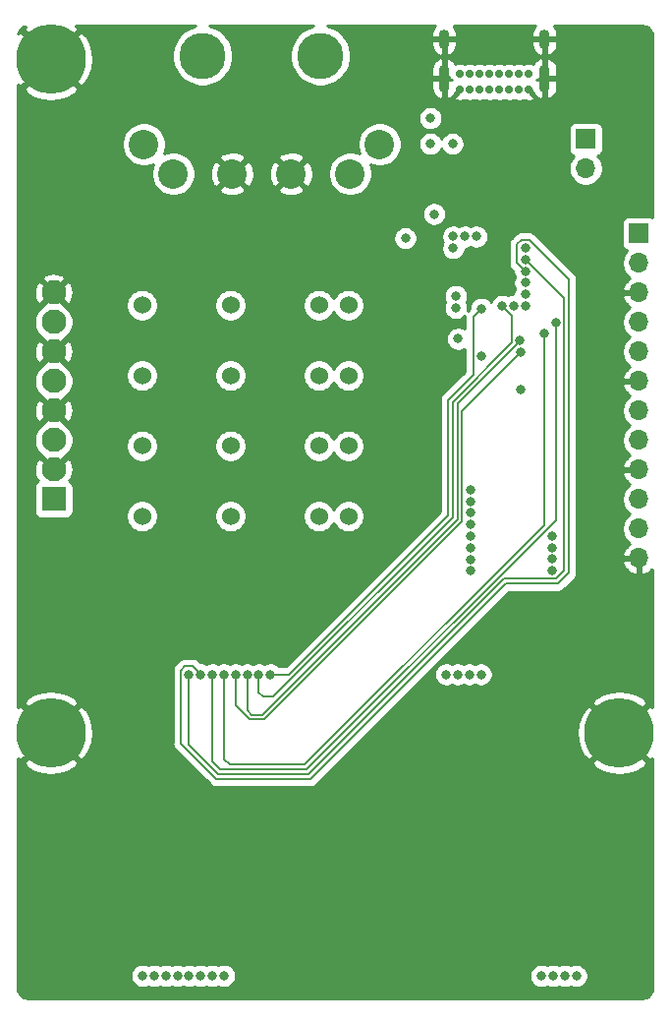
<source format=gbr>
G04 #@! TF.GenerationSoftware,KiCad,Pcbnew,5.1.5*
G04 #@! TF.CreationDate,2020-01-03T23:49:01-05:00*
G04 #@! TF.ProjectId,cluster-controller-module,636c7573-7465-4722-9d63-6f6e74726f6c,v02*
G04 #@! TF.SameCoordinates,Original*
G04 #@! TF.FileFunction,Copper,L3,Inr*
G04 #@! TF.FilePolarity,Positive*
%FSLAX46Y46*%
G04 Gerber Fmt 4.6, Leading zero omitted, Abs format (unit mm)*
G04 Created by KiCad (PCBNEW 5.1.5) date 2020-01-03 23:49:01*
%MOMM*%
%LPD*%
G04 APERTURE LIST*
%ADD10C,0.700000*%
%ADD11O,0.900000X2.400000*%
%ADD12O,0.900000X1.700000*%
%ADD13R,2.100000X2.100000*%
%ADD14C,2.100000*%
%ADD15C,6.000000*%
%ADD16C,0.800000*%
%ADD17C,2.540000*%
%ADD18C,3.987800*%
%ADD19R,1.700000X1.700000*%
%ADD20O,1.700000X1.700000*%
%ADD21C,1.524000*%
%ADD22C,0.200000*%
%ADD23C,0.254000*%
G04 APERTURE END LIST*
D10*
X154700000Y-66150000D03*
X153850000Y-66150000D03*
X153000000Y-66150000D03*
X152150000Y-66150000D03*
X151300000Y-66150000D03*
X150450000Y-66150000D03*
X149600000Y-66150000D03*
X148750000Y-66150000D03*
X153850000Y-64800000D03*
X152150000Y-64800000D03*
X153000000Y-64800000D03*
X154700000Y-64800000D03*
X150450000Y-64800000D03*
X149600000Y-64800000D03*
X148750000Y-64800000D03*
X151300000Y-64800000D03*
D11*
X156050000Y-65170000D03*
X147400000Y-65170000D03*
D12*
X156050000Y-61790000D03*
X147400000Y-61790000D03*
D13*
X113750000Y-101390000D03*
D14*
X113750000Y-98850000D03*
X113750000Y-96310000D03*
X113750000Y-93770000D03*
X113750000Y-91230000D03*
X113750000Y-88690000D03*
X113750000Y-86150000D03*
X113750000Y-83610000D03*
D15*
X113500000Y-63500000D03*
D16*
X115750000Y-63500000D03*
X115090990Y-65090990D03*
X113500000Y-65750000D03*
X111909010Y-65090990D03*
X111250000Y-63500000D03*
X111909010Y-61909010D03*
X113500000Y-61250000D03*
X115090990Y-61909010D03*
X164090990Y-119909010D03*
X162500000Y-119250000D03*
X160909010Y-119909010D03*
X160250000Y-121500000D03*
X160909010Y-123090990D03*
X162500000Y-123750000D03*
X164090990Y-123090990D03*
X164750000Y-121500000D03*
D15*
X162500000Y-121500000D03*
X162500000Y-63500000D03*
D16*
X164750000Y-63500000D03*
X164090990Y-65090990D03*
X162500000Y-65750000D03*
X160909010Y-65090990D03*
X160250000Y-63500000D03*
X160909010Y-61909010D03*
X162500000Y-61250000D03*
X164090990Y-61909010D03*
X115090990Y-119909010D03*
X113500000Y-119250000D03*
X111909010Y-119909010D03*
X111250000Y-121500000D03*
X111909010Y-123090990D03*
X113500000Y-123750000D03*
X115090990Y-123090990D03*
X115750000Y-121500000D03*
D15*
X113500000Y-121500000D03*
D17*
X124050000Y-73380000D03*
X134210000Y-73380000D03*
X129130000Y-73380000D03*
X139290000Y-73380000D03*
X121510000Y-70840000D03*
X141830000Y-70840000D03*
D18*
X126590000Y-63220000D03*
X136750000Y-63220000D03*
D19*
X164200000Y-78535000D03*
D20*
X164200000Y-81075000D03*
X164200000Y-83615000D03*
X164200000Y-86155000D03*
X164200000Y-88695000D03*
X164200000Y-91235000D03*
X164200000Y-93775000D03*
X164200000Y-96315000D03*
X164200000Y-98855000D03*
X164200000Y-101395000D03*
X164200000Y-103935000D03*
X164200000Y-106475000D03*
D21*
X121370000Y-102855000D03*
X128990000Y-102855000D03*
X136610000Y-102855000D03*
X139150000Y-102855000D03*
X139150000Y-96800000D03*
X136610000Y-96800000D03*
X128990000Y-96800000D03*
X121370000Y-96800000D03*
X121370000Y-90750000D03*
X128990000Y-90750000D03*
X136610000Y-90750000D03*
X139150000Y-90750000D03*
X139150000Y-84700000D03*
X136610000Y-84700000D03*
X128990000Y-84700000D03*
X121370000Y-84700000D03*
D19*
X159600000Y-70390000D03*
D20*
X159600000Y-72930000D03*
D16*
X154830000Y-69660000D03*
X150360000Y-71710000D03*
X149610000Y-67750000D03*
X154010000Y-91990000D03*
X154390000Y-82770000D03*
X150600000Y-89090000D03*
X154390000Y-79770000D03*
X144062500Y-78937500D03*
X143630000Y-76190000D03*
X140790000Y-77670000D03*
X144550000Y-73510000D03*
X138600000Y-88170000D03*
X138780000Y-94140000D03*
X145010000Y-97470000D03*
X147590000Y-89940000D03*
X121420000Y-142410000D03*
X149650000Y-100570000D03*
X154390000Y-80770000D03*
X125420000Y-116470000D03*
X154390000Y-81770000D03*
X126420000Y-116470000D03*
X122420000Y-142410000D03*
X149650000Y-101570000D03*
X157030000Y-86210000D03*
X127420000Y-116470000D03*
X123420000Y-142410000D03*
X149650000Y-102570000D03*
X148180000Y-78780000D03*
X149180000Y-78780000D03*
X146220000Y-70800000D03*
X148120000Y-70800000D03*
X150180000Y-78780000D03*
X146220000Y-68600000D03*
X124420000Y-142410000D03*
X149650000Y-103570000D03*
X156040000Y-87090000D03*
X128420000Y-116470000D03*
X154040000Y-88730000D03*
X129420000Y-116470000D03*
X125420000Y-142410000D03*
X149650000Y-104570000D03*
X126420000Y-142410000D03*
X149650000Y-105570000D03*
X153940000Y-87730000D03*
X130420000Y-116470000D03*
X131420000Y-116470000D03*
X152390000Y-84770000D03*
X127420000Y-142410000D03*
X149650000Y-106570000D03*
X128420000Y-142410000D03*
X149650000Y-107570000D03*
X150600000Y-85000000D03*
X132420000Y-116470000D03*
X155790000Y-142420000D03*
X156710000Y-104550000D03*
X156790000Y-142420000D03*
X156710000Y-105550000D03*
X157790000Y-142420000D03*
X156710000Y-106550000D03*
X158790000Y-142420000D03*
X156710000Y-107550000D03*
X148390000Y-84910000D03*
X148390000Y-83910000D03*
X148180000Y-79780000D03*
X146540000Y-76850000D03*
X154390000Y-83770000D03*
X147570000Y-116480000D03*
X154390000Y-84770000D03*
X148570000Y-116480000D03*
X153390000Y-84770000D03*
X149570000Y-116480000D03*
X148600000Y-87580000D03*
X150570000Y-116480000D03*
D22*
X154390000Y-80770000D02*
X155090001Y-81470001D01*
X157730001Y-107566001D02*
X157730001Y-84110001D01*
X157730001Y-84110001D02*
X154390000Y-80770000D01*
X125420000Y-122545699D02*
X127924311Y-125050010D01*
X135739687Y-125050010D02*
X152539696Y-108250001D01*
X157046001Y-108250001D02*
X157730001Y-107566001D01*
X125420000Y-116470000D02*
X125420000Y-122545699D01*
X127924311Y-125050010D02*
X135739687Y-125050010D01*
X152539696Y-108250001D02*
X157046001Y-108250001D01*
X126020001Y-116070001D02*
X126420000Y-116470000D01*
X125719999Y-115769999D02*
X126020001Y-116070001D01*
X125083999Y-115769999D02*
X125719999Y-115769999D01*
X124719999Y-116133999D02*
X125083999Y-115769999D01*
X124719999Y-122411397D02*
X124719999Y-116133999D01*
X154390000Y-81770000D02*
X153689999Y-81069999D01*
X127758622Y-125450020D02*
X124719999Y-122411397D01*
X153689999Y-81069999D02*
X153689999Y-79433999D01*
X157211690Y-108650011D02*
X152705384Y-108650011D01*
X154726001Y-79069999D02*
X158130011Y-82474009D01*
X154053999Y-79069999D02*
X154726001Y-79069999D01*
X158130011Y-82474009D02*
X158130011Y-107731690D01*
X152705384Y-108650011D02*
X135905376Y-125450020D01*
X153689999Y-79433999D02*
X154053999Y-79069999D01*
X158130011Y-107731690D02*
X157211690Y-108650011D01*
X135905376Y-125450020D02*
X127758622Y-125450020D01*
X157030000Y-103193998D02*
X135573998Y-124650000D01*
X157030000Y-86210000D02*
X157030000Y-103193998D01*
X135573998Y-124650000D02*
X128090000Y-124650000D01*
X127420000Y-123980000D02*
X127420000Y-116470000D01*
X128090000Y-124650000D02*
X127420000Y-123980000D01*
X128420000Y-123770000D02*
X128420000Y-116470000D01*
X135408310Y-124249990D02*
X128899990Y-124249990D01*
X156040000Y-87090000D02*
X156040000Y-103618300D01*
X128899990Y-124249990D02*
X128420000Y-123770000D01*
X156040000Y-103618300D02*
X135408310Y-124249990D01*
X148949999Y-93820001D02*
X148949999Y-103280001D01*
X154040000Y-88730000D02*
X148949999Y-93820001D01*
X148949999Y-103280001D02*
X131890000Y-120340000D01*
X131890000Y-120340000D02*
X130660000Y-120340000D01*
X129420000Y-119100000D02*
X129420000Y-116470000D01*
X130660000Y-120340000D02*
X129420000Y-119100000D01*
X154003998Y-87730000D02*
X148549989Y-93184009D01*
X153940000Y-87730000D02*
X154003998Y-87730000D01*
X148549989Y-103100011D02*
X131710010Y-119939990D01*
X148549989Y-93184009D02*
X148549989Y-103100011D01*
X131710010Y-119939990D02*
X130825688Y-119939990D01*
X130420000Y-119534302D02*
X130420000Y-116470000D01*
X130825688Y-119939990D02*
X130420000Y-119534302D01*
X148149979Y-102934323D02*
X132694302Y-118390000D01*
X132694302Y-118390000D02*
X131800000Y-118390000D01*
X153239999Y-87928301D02*
X148149979Y-93018320D01*
X131800000Y-118390000D02*
X131420000Y-118010000D01*
X148149979Y-93018320D02*
X148149979Y-102934323D01*
X131420000Y-118010000D02*
X131420000Y-116470000D01*
X153239999Y-85619999D02*
X152390000Y-84770000D01*
X153239999Y-87928301D02*
X153239999Y-85619999D01*
X149899999Y-90702602D02*
X147749969Y-92852631D01*
X150600000Y-85000000D02*
X149899999Y-85700001D01*
X149899999Y-85700001D02*
X149899999Y-90702602D01*
X147749969Y-92852631D02*
X147749969Y-102768635D01*
X134048604Y-116470000D02*
X132420000Y-116470000D01*
X147749969Y-102768635D02*
X134048604Y-116470000D01*
D23*
G36*
X125823178Y-60692127D02*
G01*
X125344749Y-60890299D01*
X124914174Y-61178000D01*
X124548000Y-61544174D01*
X124260299Y-61974749D01*
X124062127Y-62453178D01*
X123961100Y-62961076D01*
X123961100Y-63478924D01*
X124062127Y-63986822D01*
X124260299Y-64465251D01*
X124548000Y-64895826D01*
X124914174Y-65262000D01*
X125344749Y-65549701D01*
X125823178Y-65747873D01*
X126331076Y-65848900D01*
X126848924Y-65848900D01*
X127356822Y-65747873D01*
X127835251Y-65549701D01*
X128265826Y-65262000D01*
X128632000Y-64895826D01*
X128919701Y-64465251D01*
X129117873Y-63986822D01*
X129218900Y-63478924D01*
X129218900Y-62961076D01*
X129117873Y-62453178D01*
X128919701Y-61974749D01*
X128632000Y-61544174D01*
X128265826Y-61178000D01*
X127835251Y-60890299D01*
X127356822Y-60692127D01*
X127195308Y-60660000D01*
X136144692Y-60660000D01*
X135983178Y-60692127D01*
X135504749Y-60890299D01*
X135074174Y-61178000D01*
X134708000Y-61544174D01*
X134420299Y-61974749D01*
X134222127Y-62453178D01*
X134121100Y-62961076D01*
X134121100Y-63478924D01*
X134222127Y-63986822D01*
X134420299Y-64465251D01*
X134708000Y-64895826D01*
X135074174Y-65262000D01*
X135504749Y-65549701D01*
X135983178Y-65747873D01*
X136491076Y-65848900D01*
X137008924Y-65848900D01*
X137516822Y-65747873D01*
X137995251Y-65549701D01*
X138373444Y-65297000D01*
X146315000Y-65297000D01*
X146315000Y-66047000D01*
X146360624Y-66256233D01*
X146446191Y-66452545D01*
X146568413Y-66628391D01*
X146722592Y-66777014D01*
X146902803Y-66892702D01*
X147105999Y-66964408D01*
X147273000Y-66837502D01*
X147273000Y-65297000D01*
X146315000Y-65297000D01*
X138373444Y-65297000D01*
X138425826Y-65262000D01*
X138792000Y-64895826D01*
X139079701Y-64465251D01*
X139151049Y-64293000D01*
X146315000Y-64293000D01*
X146315000Y-65043000D01*
X147273000Y-65043000D01*
X147273000Y-63502498D01*
X147527000Y-63502498D01*
X147527000Y-65043000D01*
X147793537Y-65043000D01*
X147800368Y-65078989D01*
X147873043Y-65258893D01*
X147881233Y-65274216D01*
X148079480Y-65290912D01*
X148073392Y-65297000D01*
X147527000Y-65297000D01*
X147527000Y-66837502D01*
X147694001Y-66964408D01*
X147897197Y-66892702D01*
X148077408Y-66777014D01*
X148231587Y-66628391D01*
X148353809Y-66452545D01*
X148420225Y-66300170D01*
X148570395Y-66150000D01*
X148556253Y-66135858D01*
X148615000Y-66077110D01*
X148615000Y-66247014D01*
X148651101Y-66428504D01*
X148259088Y-66820517D01*
X148275784Y-67018767D01*
X148454384Y-67094589D01*
X148644344Y-67134110D01*
X148838364Y-67135813D01*
X149028989Y-67099632D01*
X149175651Y-67040385D01*
X149312686Y-67097147D01*
X149502986Y-67135000D01*
X149697014Y-67135000D01*
X149887314Y-67097147D01*
X150025000Y-67040116D01*
X150162686Y-67097147D01*
X150352986Y-67135000D01*
X150547014Y-67135000D01*
X150737314Y-67097147D01*
X150875000Y-67040116D01*
X151012686Y-67097147D01*
X151202986Y-67135000D01*
X151397014Y-67135000D01*
X151587314Y-67097147D01*
X151725000Y-67040116D01*
X151862686Y-67097147D01*
X152052986Y-67135000D01*
X152247014Y-67135000D01*
X152437314Y-67097147D01*
X152575000Y-67040116D01*
X152712686Y-67097147D01*
X152902986Y-67135000D01*
X153097014Y-67135000D01*
X153287314Y-67097147D01*
X153425000Y-67040116D01*
X153562686Y-67097147D01*
X153752986Y-67135000D01*
X153947014Y-67135000D01*
X154137314Y-67097147D01*
X154275542Y-67039891D01*
X154404384Y-67094589D01*
X154594344Y-67134110D01*
X154788364Y-67135813D01*
X154978989Y-67099632D01*
X155158893Y-67026957D01*
X155174216Y-67018767D01*
X155190912Y-66820517D01*
X154798899Y-66428504D01*
X154835000Y-66247014D01*
X154835000Y-66077110D01*
X154893748Y-66135858D01*
X154879605Y-66150000D01*
X155029775Y-66300170D01*
X155096191Y-66452545D01*
X155218413Y-66628391D01*
X155372592Y-66777014D01*
X155552803Y-66892702D01*
X155755999Y-66964408D01*
X155923000Y-66837502D01*
X155923000Y-65297000D01*
X156177000Y-65297000D01*
X156177000Y-66837502D01*
X156344001Y-66964408D01*
X156547197Y-66892702D01*
X156727408Y-66777014D01*
X156881587Y-66628391D01*
X157003809Y-66452545D01*
X157089376Y-66256233D01*
X157135000Y-66047000D01*
X157135000Y-65297000D01*
X156177000Y-65297000D01*
X155923000Y-65297000D01*
X155376608Y-65297000D01*
X155370520Y-65290912D01*
X155568767Y-65274216D01*
X155644589Y-65095616D01*
X155655536Y-65043000D01*
X155923000Y-65043000D01*
X155923000Y-63502498D01*
X156177000Y-63502498D01*
X156177000Y-65043000D01*
X157135000Y-65043000D01*
X157135000Y-64293000D01*
X157089376Y-64083767D01*
X157003809Y-63887455D01*
X156881587Y-63711609D01*
X156727408Y-63562986D01*
X156547197Y-63447298D01*
X156344001Y-63375592D01*
X156177000Y-63502498D01*
X155923000Y-63502498D01*
X155755999Y-63375592D01*
X155552803Y-63447298D01*
X155372592Y-63562986D01*
X155218413Y-63711609D01*
X155096191Y-63887455D01*
X155092272Y-63896445D01*
X154995616Y-63855411D01*
X154805656Y-63815890D01*
X154611636Y-63814187D01*
X154421011Y-63850368D01*
X154274349Y-63909615D01*
X154137314Y-63852853D01*
X153947014Y-63815000D01*
X153752986Y-63815000D01*
X153562686Y-63852853D01*
X153425000Y-63909884D01*
X153287314Y-63852853D01*
X153097014Y-63815000D01*
X152902986Y-63815000D01*
X152712686Y-63852853D01*
X152575000Y-63909884D01*
X152437314Y-63852853D01*
X152247014Y-63815000D01*
X152052986Y-63815000D01*
X151862686Y-63852853D01*
X151725000Y-63909884D01*
X151587314Y-63852853D01*
X151397014Y-63815000D01*
X151202986Y-63815000D01*
X151012686Y-63852853D01*
X150875000Y-63909884D01*
X150737314Y-63852853D01*
X150547014Y-63815000D01*
X150352986Y-63815000D01*
X150162686Y-63852853D01*
X150025000Y-63909884D01*
X149887314Y-63852853D01*
X149697014Y-63815000D01*
X149502986Y-63815000D01*
X149312686Y-63852853D01*
X149174458Y-63910109D01*
X149045616Y-63855411D01*
X148855656Y-63815890D01*
X148661636Y-63814187D01*
X148471011Y-63850368D01*
X148357611Y-63896178D01*
X148353809Y-63887455D01*
X148231587Y-63711609D01*
X148077408Y-63562986D01*
X147897197Y-63447298D01*
X147694001Y-63375592D01*
X147527000Y-63502498D01*
X147273000Y-63502498D01*
X147105999Y-63375592D01*
X146902803Y-63447298D01*
X146722592Y-63562986D01*
X146568413Y-63711609D01*
X146446191Y-63887455D01*
X146360624Y-64083767D01*
X146315000Y-64293000D01*
X139151049Y-64293000D01*
X139277873Y-63986822D01*
X139378900Y-63478924D01*
X139378900Y-62961076D01*
X139277873Y-62453178D01*
X139079701Y-61974749D01*
X139041115Y-61917000D01*
X146315000Y-61917000D01*
X146315000Y-62317000D01*
X146360624Y-62526233D01*
X146446191Y-62722545D01*
X146568413Y-62898391D01*
X146722592Y-63047014D01*
X146902803Y-63162702D01*
X147105999Y-63234408D01*
X147273000Y-63107502D01*
X147273000Y-61917000D01*
X147527000Y-61917000D01*
X147527000Y-63107502D01*
X147694001Y-63234408D01*
X147897197Y-63162702D01*
X148077408Y-63047014D01*
X148231587Y-62898391D01*
X148353809Y-62722545D01*
X148439376Y-62526233D01*
X148485000Y-62317000D01*
X148485000Y-61917000D01*
X154965000Y-61917000D01*
X154965000Y-62317000D01*
X155010624Y-62526233D01*
X155096191Y-62722545D01*
X155218413Y-62898391D01*
X155372592Y-63047014D01*
X155552803Y-63162702D01*
X155755999Y-63234408D01*
X155923000Y-63107502D01*
X155923000Y-61917000D01*
X156177000Y-61917000D01*
X156177000Y-63107502D01*
X156344001Y-63234408D01*
X156547197Y-63162702D01*
X156727408Y-63047014D01*
X156881587Y-62898391D01*
X157003809Y-62722545D01*
X157089376Y-62526233D01*
X157135000Y-62317000D01*
X157135000Y-61917000D01*
X156177000Y-61917000D01*
X155923000Y-61917000D01*
X154965000Y-61917000D01*
X148485000Y-61917000D01*
X147527000Y-61917000D01*
X147273000Y-61917000D01*
X146315000Y-61917000D01*
X139041115Y-61917000D01*
X138792000Y-61544174D01*
X138425826Y-61178000D01*
X137995251Y-60890299D01*
X137516822Y-60692127D01*
X137355308Y-60660000D01*
X146590830Y-60660000D01*
X146568413Y-60681609D01*
X146446191Y-60857455D01*
X146360624Y-61053767D01*
X146315000Y-61263000D01*
X146315000Y-61663000D01*
X147273000Y-61663000D01*
X147273000Y-61643000D01*
X147527000Y-61643000D01*
X147527000Y-61663000D01*
X148485000Y-61663000D01*
X148485000Y-61263000D01*
X148439376Y-61053767D01*
X148353809Y-60857455D01*
X148231587Y-60681609D01*
X148209170Y-60660000D01*
X155240830Y-60660000D01*
X155218413Y-60681609D01*
X155096191Y-60857455D01*
X155010624Y-61053767D01*
X154965000Y-61263000D01*
X154965000Y-61663000D01*
X155923000Y-61663000D01*
X155923000Y-61643000D01*
X156177000Y-61643000D01*
X156177000Y-61663000D01*
X157135000Y-61663000D01*
X157135000Y-61263000D01*
X157089376Y-61053767D01*
X157003809Y-60857455D01*
X156881587Y-60681609D01*
X156859170Y-60660000D01*
X164467723Y-60660000D01*
X164662540Y-60679102D01*
X164818894Y-60726308D01*
X164963096Y-60802982D01*
X165089663Y-60906207D01*
X165193769Y-61032051D01*
X165271447Y-61175711D01*
X165319742Y-61331729D01*
X165340000Y-61524473D01*
X165340000Y-77119990D01*
X165294180Y-77095498D01*
X165174482Y-77059188D01*
X165050000Y-77046928D01*
X163350000Y-77046928D01*
X163225518Y-77059188D01*
X163105820Y-77095498D01*
X162995506Y-77154463D01*
X162898815Y-77233815D01*
X162819463Y-77330506D01*
X162760498Y-77440820D01*
X162724188Y-77560518D01*
X162711928Y-77685000D01*
X162711928Y-79385000D01*
X162724188Y-79509482D01*
X162760498Y-79629180D01*
X162819463Y-79739494D01*
X162898815Y-79836185D01*
X162995506Y-79915537D01*
X163105820Y-79974502D01*
X163178380Y-79996513D01*
X163046525Y-80128368D01*
X162884010Y-80371589D01*
X162772068Y-80641842D01*
X162715000Y-80928740D01*
X162715000Y-81221260D01*
X162772068Y-81508158D01*
X162884010Y-81778411D01*
X163046525Y-82021632D01*
X163253368Y-82228475D01*
X163435534Y-82350195D01*
X163318645Y-82419822D01*
X163102412Y-82614731D01*
X162928359Y-82848080D01*
X162803175Y-83110901D01*
X162758524Y-83258110D01*
X162879845Y-83488000D01*
X164073000Y-83488000D01*
X164073000Y-83468000D01*
X164327000Y-83468000D01*
X164327000Y-83488000D01*
X164347000Y-83488000D01*
X164347000Y-83742000D01*
X164327000Y-83742000D01*
X164327000Y-83762000D01*
X164073000Y-83762000D01*
X164073000Y-83742000D01*
X162879845Y-83742000D01*
X162758524Y-83971890D01*
X162803175Y-84119099D01*
X162928359Y-84381920D01*
X163102412Y-84615269D01*
X163318645Y-84810178D01*
X163435534Y-84879805D01*
X163253368Y-85001525D01*
X163046525Y-85208368D01*
X162884010Y-85451589D01*
X162772068Y-85721842D01*
X162715000Y-86008740D01*
X162715000Y-86301260D01*
X162772068Y-86588158D01*
X162884010Y-86858411D01*
X163046525Y-87101632D01*
X163253368Y-87308475D01*
X163427760Y-87425000D01*
X163253368Y-87541525D01*
X163046525Y-87748368D01*
X162884010Y-87991589D01*
X162772068Y-88261842D01*
X162715000Y-88548740D01*
X162715000Y-88841260D01*
X162772068Y-89128158D01*
X162884010Y-89398411D01*
X163046525Y-89641632D01*
X163253368Y-89848475D01*
X163435534Y-89970195D01*
X163318645Y-90039822D01*
X163102412Y-90234731D01*
X162928359Y-90468080D01*
X162803175Y-90730901D01*
X162758524Y-90878110D01*
X162879845Y-91108000D01*
X164073000Y-91108000D01*
X164073000Y-91088000D01*
X164327000Y-91088000D01*
X164327000Y-91108000D01*
X164347000Y-91108000D01*
X164347000Y-91362000D01*
X164327000Y-91362000D01*
X164327000Y-91382000D01*
X164073000Y-91382000D01*
X164073000Y-91362000D01*
X162879845Y-91362000D01*
X162758524Y-91591890D01*
X162803175Y-91739099D01*
X162928359Y-92001920D01*
X163102412Y-92235269D01*
X163318645Y-92430178D01*
X163435534Y-92499805D01*
X163253368Y-92621525D01*
X163046525Y-92828368D01*
X162884010Y-93071589D01*
X162772068Y-93341842D01*
X162715000Y-93628740D01*
X162715000Y-93921260D01*
X162772068Y-94208158D01*
X162884010Y-94478411D01*
X163046525Y-94721632D01*
X163253368Y-94928475D01*
X163427760Y-95045000D01*
X163253368Y-95161525D01*
X163046525Y-95368368D01*
X162884010Y-95611589D01*
X162772068Y-95881842D01*
X162715000Y-96168740D01*
X162715000Y-96461260D01*
X162772068Y-96748158D01*
X162884010Y-97018411D01*
X163046525Y-97261632D01*
X163253368Y-97468475D01*
X163435534Y-97590195D01*
X163318645Y-97659822D01*
X163102412Y-97854731D01*
X162928359Y-98088080D01*
X162803175Y-98350901D01*
X162758524Y-98498110D01*
X162879845Y-98728000D01*
X164073000Y-98728000D01*
X164073000Y-98708000D01*
X164327000Y-98708000D01*
X164327000Y-98728000D01*
X164347000Y-98728000D01*
X164347000Y-98982000D01*
X164327000Y-98982000D01*
X164327000Y-99002000D01*
X164073000Y-99002000D01*
X164073000Y-98982000D01*
X162879845Y-98982000D01*
X162758524Y-99211890D01*
X162803175Y-99359099D01*
X162928359Y-99621920D01*
X163102412Y-99855269D01*
X163318645Y-100050178D01*
X163435534Y-100119805D01*
X163253368Y-100241525D01*
X163046525Y-100448368D01*
X162884010Y-100691589D01*
X162772068Y-100961842D01*
X162715000Y-101248740D01*
X162715000Y-101541260D01*
X162772068Y-101828158D01*
X162884010Y-102098411D01*
X163046525Y-102341632D01*
X163253368Y-102548475D01*
X163427760Y-102665000D01*
X163253368Y-102781525D01*
X163046525Y-102988368D01*
X162884010Y-103231589D01*
X162772068Y-103501842D01*
X162715000Y-103788740D01*
X162715000Y-104081260D01*
X162772068Y-104368158D01*
X162884010Y-104638411D01*
X163046525Y-104881632D01*
X163253368Y-105088475D01*
X163435534Y-105210195D01*
X163318645Y-105279822D01*
X163102412Y-105474731D01*
X162928359Y-105708080D01*
X162803175Y-105970901D01*
X162758524Y-106118110D01*
X162879845Y-106348000D01*
X164073000Y-106348000D01*
X164073000Y-106328000D01*
X164327000Y-106328000D01*
X164327000Y-106348000D01*
X164347000Y-106348000D01*
X164347000Y-106602000D01*
X164327000Y-106602000D01*
X164327000Y-107795814D01*
X164556891Y-107916481D01*
X164831252Y-107819157D01*
X165081355Y-107670178D01*
X165297588Y-107475269D01*
X165340001Y-107418407D01*
X165340001Y-119322492D01*
X165058686Y-119120919D01*
X162679605Y-121500000D01*
X165058686Y-123879081D01*
X165340001Y-123677508D01*
X165340001Y-143467712D01*
X165320898Y-143662540D01*
X165273692Y-143818895D01*
X165197018Y-143963096D01*
X165093792Y-144089664D01*
X164967951Y-144193768D01*
X164824289Y-144271447D01*
X164668271Y-144319742D01*
X164475527Y-144340000D01*
X111532277Y-144340000D01*
X111337460Y-144320898D01*
X111181105Y-144273692D01*
X111036904Y-144197018D01*
X110910336Y-144093792D01*
X110806232Y-143967951D01*
X110728553Y-143824289D01*
X110680258Y-143668271D01*
X110660000Y-143475527D01*
X110660000Y-142308061D01*
X120385000Y-142308061D01*
X120385000Y-142511939D01*
X120424774Y-142711898D01*
X120502795Y-142900256D01*
X120616063Y-143069774D01*
X120760226Y-143213937D01*
X120929744Y-143327205D01*
X121118102Y-143405226D01*
X121318061Y-143445000D01*
X121521939Y-143445000D01*
X121721898Y-143405226D01*
X121910256Y-143327205D01*
X121920000Y-143320694D01*
X121929744Y-143327205D01*
X122118102Y-143405226D01*
X122318061Y-143445000D01*
X122521939Y-143445000D01*
X122721898Y-143405226D01*
X122910256Y-143327205D01*
X122920000Y-143320694D01*
X122929744Y-143327205D01*
X123118102Y-143405226D01*
X123318061Y-143445000D01*
X123521939Y-143445000D01*
X123721898Y-143405226D01*
X123910256Y-143327205D01*
X123920000Y-143320694D01*
X123929744Y-143327205D01*
X124118102Y-143405226D01*
X124318061Y-143445000D01*
X124521939Y-143445000D01*
X124721898Y-143405226D01*
X124910256Y-143327205D01*
X124920000Y-143320694D01*
X124929744Y-143327205D01*
X125118102Y-143405226D01*
X125318061Y-143445000D01*
X125521939Y-143445000D01*
X125721898Y-143405226D01*
X125910256Y-143327205D01*
X125920000Y-143320694D01*
X125929744Y-143327205D01*
X126118102Y-143405226D01*
X126318061Y-143445000D01*
X126521939Y-143445000D01*
X126721898Y-143405226D01*
X126910256Y-143327205D01*
X126920000Y-143320694D01*
X126929744Y-143327205D01*
X127118102Y-143405226D01*
X127318061Y-143445000D01*
X127521939Y-143445000D01*
X127721898Y-143405226D01*
X127910256Y-143327205D01*
X127920000Y-143320694D01*
X127929744Y-143327205D01*
X128118102Y-143405226D01*
X128318061Y-143445000D01*
X128521939Y-143445000D01*
X128721898Y-143405226D01*
X128910256Y-143327205D01*
X129079774Y-143213937D01*
X129223937Y-143069774D01*
X129337205Y-142900256D01*
X129415226Y-142711898D01*
X129455000Y-142511939D01*
X129455000Y-142318061D01*
X154755000Y-142318061D01*
X154755000Y-142521939D01*
X154794774Y-142721898D01*
X154872795Y-142910256D01*
X154986063Y-143079774D01*
X155130226Y-143223937D01*
X155299744Y-143337205D01*
X155488102Y-143415226D01*
X155688061Y-143455000D01*
X155891939Y-143455000D01*
X156091898Y-143415226D01*
X156280256Y-143337205D01*
X156290000Y-143330694D01*
X156299744Y-143337205D01*
X156488102Y-143415226D01*
X156688061Y-143455000D01*
X156891939Y-143455000D01*
X157091898Y-143415226D01*
X157280256Y-143337205D01*
X157290000Y-143330694D01*
X157299744Y-143337205D01*
X157488102Y-143415226D01*
X157688061Y-143455000D01*
X157891939Y-143455000D01*
X158091898Y-143415226D01*
X158280256Y-143337205D01*
X158290000Y-143330694D01*
X158299744Y-143337205D01*
X158488102Y-143415226D01*
X158688061Y-143455000D01*
X158891939Y-143455000D01*
X159091898Y-143415226D01*
X159280256Y-143337205D01*
X159449774Y-143223937D01*
X159593937Y-143079774D01*
X159707205Y-142910256D01*
X159785226Y-142721898D01*
X159825000Y-142521939D01*
X159825000Y-142318061D01*
X159785226Y-142118102D01*
X159707205Y-141929744D01*
X159593937Y-141760226D01*
X159449774Y-141616063D01*
X159280256Y-141502795D01*
X159091898Y-141424774D01*
X158891939Y-141385000D01*
X158688061Y-141385000D01*
X158488102Y-141424774D01*
X158299744Y-141502795D01*
X158290000Y-141509306D01*
X158280256Y-141502795D01*
X158091898Y-141424774D01*
X157891939Y-141385000D01*
X157688061Y-141385000D01*
X157488102Y-141424774D01*
X157299744Y-141502795D01*
X157290000Y-141509306D01*
X157280256Y-141502795D01*
X157091898Y-141424774D01*
X156891939Y-141385000D01*
X156688061Y-141385000D01*
X156488102Y-141424774D01*
X156299744Y-141502795D01*
X156290000Y-141509306D01*
X156280256Y-141502795D01*
X156091898Y-141424774D01*
X155891939Y-141385000D01*
X155688061Y-141385000D01*
X155488102Y-141424774D01*
X155299744Y-141502795D01*
X155130226Y-141616063D01*
X154986063Y-141760226D01*
X154872795Y-141929744D01*
X154794774Y-142118102D01*
X154755000Y-142318061D01*
X129455000Y-142318061D01*
X129455000Y-142308061D01*
X129415226Y-142108102D01*
X129337205Y-141919744D01*
X129223937Y-141750226D01*
X129079774Y-141606063D01*
X128910256Y-141492795D01*
X128721898Y-141414774D01*
X128521939Y-141375000D01*
X128318061Y-141375000D01*
X128118102Y-141414774D01*
X127929744Y-141492795D01*
X127920000Y-141499306D01*
X127910256Y-141492795D01*
X127721898Y-141414774D01*
X127521939Y-141375000D01*
X127318061Y-141375000D01*
X127118102Y-141414774D01*
X126929744Y-141492795D01*
X126920000Y-141499306D01*
X126910256Y-141492795D01*
X126721898Y-141414774D01*
X126521939Y-141375000D01*
X126318061Y-141375000D01*
X126118102Y-141414774D01*
X125929744Y-141492795D01*
X125920000Y-141499306D01*
X125910256Y-141492795D01*
X125721898Y-141414774D01*
X125521939Y-141375000D01*
X125318061Y-141375000D01*
X125118102Y-141414774D01*
X124929744Y-141492795D01*
X124920000Y-141499306D01*
X124910256Y-141492795D01*
X124721898Y-141414774D01*
X124521939Y-141375000D01*
X124318061Y-141375000D01*
X124118102Y-141414774D01*
X123929744Y-141492795D01*
X123920000Y-141499306D01*
X123910256Y-141492795D01*
X123721898Y-141414774D01*
X123521939Y-141375000D01*
X123318061Y-141375000D01*
X123118102Y-141414774D01*
X122929744Y-141492795D01*
X122920000Y-141499306D01*
X122910256Y-141492795D01*
X122721898Y-141414774D01*
X122521939Y-141375000D01*
X122318061Y-141375000D01*
X122118102Y-141414774D01*
X121929744Y-141492795D01*
X121920000Y-141499306D01*
X121910256Y-141492795D01*
X121721898Y-141414774D01*
X121521939Y-141375000D01*
X121318061Y-141375000D01*
X121118102Y-141414774D01*
X120929744Y-141492795D01*
X120760226Y-141606063D01*
X120616063Y-141750226D01*
X120502795Y-141919744D01*
X120424774Y-142108102D01*
X120385000Y-142308061D01*
X110660000Y-142308061D01*
X110660000Y-124058686D01*
X111120919Y-124058686D01*
X111457106Y-124527868D01*
X112087068Y-124868237D01*
X112771327Y-125079166D01*
X113483589Y-125152550D01*
X114196482Y-125085569D01*
X114882609Y-124880796D01*
X115515603Y-124546102D01*
X115542894Y-124527868D01*
X115879081Y-124058686D01*
X113500000Y-121679605D01*
X111120919Y-124058686D01*
X110660000Y-124058686D01*
X110660000Y-123677509D01*
X110941314Y-123879081D01*
X113320395Y-121500000D01*
X113679605Y-121500000D01*
X116058686Y-123879081D01*
X116527868Y-123542894D01*
X116868237Y-122912932D01*
X117079166Y-122228673D01*
X117152550Y-121516411D01*
X117085569Y-120803518D01*
X116880796Y-120117391D01*
X116546102Y-119484397D01*
X116527868Y-119457106D01*
X116058686Y-119120919D01*
X113679605Y-121500000D01*
X113320395Y-121500000D01*
X110941314Y-119120919D01*
X110660000Y-119322491D01*
X110660000Y-118941314D01*
X111120919Y-118941314D01*
X113500000Y-121320395D01*
X115879081Y-118941314D01*
X115542894Y-118472132D01*
X114912932Y-118131763D01*
X114228673Y-117920834D01*
X113516411Y-117847450D01*
X112803518Y-117914431D01*
X112117391Y-118119204D01*
X111484397Y-118453898D01*
X111457106Y-118472132D01*
X111120919Y-118941314D01*
X110660000Y-118941314D01*
X110660000Y-116133999D01*
X123981443Y-116133999D01*
X123985000Y-116170114D01*
X123984999Y-122375292D01*
X123981443Y-122411397D01*
X123995634Y-122555481D01*
X124037662Y-122694029D01*
X124105912Y-122821716D01*
X124197761Y-122933634D01*
X124225807Y-122956651D01*
X127213368Y-125944213D01*
X127236384Y-125972258D01*
X127348302Y-126064107D01*
X127475989Y-126132357D01*
X127614537Y-126174385D01*
X127758622Y-126188576D01*
X127794727Y-126185020D01*
X135869271Y-126185020D01*
X135905376Y-126188576D01*
X135941481Y-126185020D01*
X136049461Y-126174385D01*
X136188009Y-126132357D01*
X136315696Y-126064107D01*
X136427614Y-125972258D01*
X136450635Y-125944207D01*
X138336156Y-124058686D01*
X160120919Y-124058686D01*
X160457106Y-124527868D01*
X161087068Y-124868237D01*
X161771327Y-125079166D01*
X162483589Y-125152550D01*
X163196482Y-125085569D01*
X163882609Y-124880796D01*
X164515603Y-124546102D01*
X164542894Y-124527868D01*
X164879081Y-124058686D01*
X162500000Y-121679605D01*
X160120919Y-124058686D01*
X138336156Y-124058686D01*
X140911253Y-121483589D01*
X158847450Y-121483589D01*
X158914431Y-122196482D01*
X159119204Y-122882609D01*
X159453898Y-123515603D01*
X159472132Y-123542894D01*
X159941314Y-123879081D01*
X162320395Y-121500000D01*
X159941314Y-119120919D01*
X159472132Y-119457106D01*
X159131763Y-120087068D01*
X158920834Y-120771327D01*
X158847450Y-121483589D01*
X140911253Y-121483589D01*
X143453528Y-118941314D01*
X160120919Y-118941314D01*
X162500000Y-121320395D01*
X164879081Y-118941314D01*
X164542894Y-118472132D01*
X163912932Y-118131763D01*
X163228673Y-117920834D01*
X162516411Y-117847450D01*
X161803518Y-117914431D01*
X161117391Y-118119204D01*
X160484397Y-118453898D01*
X160457106Y-118472132D01*
X160120919Y-118941314D01*
X143453528Y-118941314D01*
X146016781Y-116378061D01*
X146535000Y-116378061D01*
X146535000Y-116581939D01*
X146574774Y-116781898D01*
X146652795Y-116970256D01*
X146766063Y-117139774D01*
X146910226Y-117283937D01*
X147079744Y-117397205D01*
X147268102Y-117475226D01*
X147468061Y-117515000D01*
X147671939Y-117515000D01*
X147871898Y-117475226D01*
X148060256Y-117397205D01*
X148070000Y-117390694D01*
X148079744Y-117397205D01*
X148268102Y-117475226D01*
X148468061Y-117515000D01*
X148671939Y-117515000D01*
X148871898Y-117475226D01*
X149060256Y-117397205D01*
X149070000Y-117390694D01*
X149079744Y-117397205D01*
X149268102Y-117475226D01*
X149468061Y-117515000D01*
X149671939Y-117515000D01*
X149871898Y-117475226D01*
X150060256Y-117397205D01*
X150070000Y-117390694D01*
X150079744Y-117397205D01*
X150268102Y-117475226D01*
X150468061Y-117515000D01*
X150671939Y-117515000D01*
X150871898Y-117475226D01*
X151060256Y-117397205D01*
X151229774Y-117283937D01*
X151373937Y-117139774D01*
X151487205Y-116970256D01*
X151565226Y-116781898D01*
X151605000Y-116581939D01*
X151605000Y-116378061D01*
X151565226Y-116178102D01*
X151487205Y-115989744D01*
X151373937Y-115820226D01*
X151229774Y-115676063D01*
X151060256Y-115562795D01*
X150871898Y-115484774D01*
X150671939Y-115445000D01*
X150468061Y-115445000D01*
X150268102Y-115484774D01*
X150079744Y-115562795D01*
X150070000Y-115569306D01*
X150060256Y-115562795D01*
X149871898Y-115484774D01*
X149671939Y-115445000D01*
X149468061Y-115445000D01*
X149268102Y-115484774D01*
X149079744Y-115562795D01*
X149070000Y-115569306D01*
X149060256Y-115562795D01*
X148871898Y-115484774D01*
X148671939Y-115445000D01*
X148468061Y-115445000D01*
X148268102Y-115484774D01*
X148079744Y-115562795D01*
X148070000Y-115569306D01*
X148060256Y-115562795D01*
X147871898Y-115484774D01*
X147671939Y-115445000D01*
X147468061Y-115445000D01*
X147268102Y-115484774D01*
X147079744Y-115562795D01*
X146910226Y-115676063D01*
X146766063Y-115820226D01*
X146652795Y-115989744D01*
X146574774Y-116178102D01*
X146535000Y-116378061D01*
X146016781Y-116378061D01*
X153009831Y-109385011D01*
X157175585Y-109385011D01*
X157211690Y-109388567D01*
X157247795Y-109385011D01*
X157355775Y-109374376D01*
X157494323Y-109332348D01*
X157622010Y-109264098D01*
X157733928Y-109172249D01*
X157756948Y-109144199D01*
X158624204Y-108276944D01*
X158652249Y-108253928D01*
X158744098Y-108142010D01*
X158812348Y-108014323D01*
X158854376Y-107875775D01*
X158865011Y-107767795D01*
X158868567Y-107731691D01*
X158865011Y-107695586D01*
X158865011Y-106831890D01*
X162758524Y-106831890D01*
X162803175Y-106979099D01*
X162928359Y-107241920D01*
X163102412Y-107475269D01*
X163318645Y-107670178D01*
X163568748Y-107819157D01*
X163843109Y-107916481D01*
X164073000Y-107795814D01*
X164073000Y-106602000D01*
X162879845Y-106602000D01*
X162758524Y-106831890D01*
X158865011Y-106831890D01*
X158865011Y-82510105D01*
X158868566Y-82474008D01*
X158865011Y-82437911D01*
X158865011Y-82437904D01*
X158854376Y-82329924D01*
X158812348Y-82191376D01*
X158744098Y-82063689D01*
X158685460Y-81992239D01*
X158675264Y-81979815D01*
X158675261Y-81979812D01*
X158652248Y-81951771D01*
X158624208Y-81928759D01*
X155271260Y-78575812D01*
X155248239Y-78547761D01*
X155136321Y-78455912D01*
X155008634Y-78387662D01*
X154870086Y-78345634D01*
X154762106Y-78334999D01*
X154726001Y-78331443D01*
X154689896Y-78334999D01*
X154090104Y-78334999D01*
X154053999Y-78331443D01*
X153909914Y-78345634D01*
X153771365Y-78387662D01*
X153643679Y-78455912D01*
X153531761Y-78547761D01*
X153508740Y-78575812D01*
X153195807Y-78888745D01*
X153167762Y-78911761D01*
X153075913Y-79023679D01*
X153029653Y-79110226D01*
X153007663Y-79151366D01*
X152965634Y-79289914D01*
X152951443Y-79433999D01*
X152955000Y-79470114D01*
X152954999Y-81033894D01*
X152951443Y-81069999D01*
X152963003Y-81187367D01*
X152965634Y-81214083D01*
X153007662Y-81352631D01*
X153075912Y-81480318D01*
X153167761Y-81592236D01*
X153195807Y-81615253D01*
X153355000Y-81774446D01*
X153355000Y-81871939D01*
X153394774Y-82071898D01*
X153472795Y-82260256D01*
X153479306Y-82270000D01*
X153472795Y-82279744D01*
X153394774Y-82468102D01*
X153355000Y-82668061D01*
X153355000Y-82871939D01*
X153394774Y-83071898D01*
X153472795Y-83260256D01*
X153479306Y-83270000D01*
X153472795Y-83279744D01*
X153394774Y-83468102D01*
X153355000Y-83668061D01*
X153355000Y-83735000D01*
X153288061Y-83735000D01*
X153088102Y-83774774D01*
X152899744Y-83852795D01*
X152890000Y-83859306D01*
X152880256Y-83852795D01*
X152691898Y-83774774D01*
X152491939Y-83735000D01*
X152288061Y-83735000D01*
X152088102Y-83774774D01*
X151899744Y-83852795D01*
X151730226Y-83966063D01*
X151586063Y-84110226D01*
X151472795Y-84279744D01*
X151430979Y-84380697D01*
X151403937Y-84340226D01*
X151259774Y-84196063D01*
X151090256Y-84082795D01*
X150901898Y-84004774D01*
X150701939Y-83965000D01*
X150498061Y-83965000D01*
X150298102Y-84004774D01*
X150109744Y-84082795D01*
X149940226Y-84196063D01*
X149796063Y-84340226D01*
X149682795Y-84509744D01*
X149604774Y-84698102D01*
X149565000Y-84898061D01*
X149565000Y-84995554D01*
X149405807Y-85154747D01*
X149394797Y-85163783D01*
X149425000Y-85011939D01*
X149425000Y-84808061D01*
X149385226Y-84608102D01*
X149307205Y-84419744D01*
X149300694Y-84410000D01*
X149307205Y-84400256D01*
X149385226Y-84211898D01*
X149425000Y-84011939D01*
X149425000Y-83808061D01*
X149385226Y-83608102D01*
X149307205Y-83419744D01*
X149193937Y-83250226D01*
X149049774Y-83106063D01*
X148880256Y-82992795D01*
X148691898Y-82914774D01*
X148491939Y-82875000D01*
X148288061Y-82875000D01*
X148088102Y-82914774D01*
X147899744Y-82992795D01*
X147730226Y-83106063D01*
X147586063Y-83250226D01*
X147472795Y-83419744D01*
X147394774Y-83608102D01*
X147355000Y-83808061D01*
X147355000Y-84011939D01*
X147394774Y-84211898D01*
X147472795Y-84400256D01*
X147479306Y-84410000D01*
X147472795Y-84419744D01*
X147394774Y-84608102D01*
X147355000Y-84808061D01*
X147355000Y-85011939D01*
X147394774Y-85211898D01*
X147472795Y-85400256D01*
X147586063Y-85569774D01*
X147730226Y-85713937D01*
X147899744Y-85827205D01*
X148088102Y-85905226D01*
X148288061Y-85945000D01*
X148491939Y-85945000D01*
X148691898Y-85905226D01*
X148880256Y-85827205D01*
X149049774Y-85713937D01*
X149172120Y-85591591D01*
X149161443Y-85700001D01*
X149164999Y-85736106D01*
X149164999Y-86712737D01*
X149090256Y-86662795D01*
X148901898Y-86584774D01*
X148701939Y-86545000D01*
X148498061Y-86545000D01*
X148298102Y-86584774D01*
X148109744Y-86662795D01*
X147940226Y-86776063D01*
X147796063Y-86920226D01*
X147682795Y-87089744D01*
X147604774Y-87278102D01*
X147565000Y-87478061D01*
X147565000Y-87681939D01*
X147604774Y-87881898D01*
X147682795Y-88070256D01*
X147796063Y-88239774D01*
X147940226Y-88383937D01*
X148109744Y-88497205D01*
X148298102Y-88575226D01*
X148498061Y-88615000D01*
X148701939Y-88615000D01*
X148901898Y-88575226D01*
X149090256Y-88497205D01*
X149165000Y-88447263D01*
X149165000Y-90398154D01*
X147255777Y-92307377D01*
X147227731Y-92330394D01*
X147135882Y-92442312D01*
X147067632Y-92569999D01*
X147052002Y-92621525D01*
X147025604Y-92708546D01*
X147011413Y-92852631D01*
X147014969Y-92888736D01*
X147014970Y-102464187D01*
X133744158Y-115735000D01*
X133148711Y-115735000D01*
X133079774Y-115666063D01*
X132910256Y-115552795D01*
X132721898Y-115474774D01*
X132521939Y-115435000D01*
X132318061Y-115435000D01*
X132118102Y-115474774D01*
X131929744Y-115552795D01*
X131920000Y-115559306D01*
X131910256Y-115552795D01*
X131721898Y-115474774D01*
X131521939Y-115435000D01*
X131318061Y-115435000D01*
X131118102Y-115474774D01*
X130929744Y-115552795D01*
X130920000Y-115559306D01*
X130910256Y-115552795D01*
X130721898Y-115474774D01*
X130521939Y-115435000D01*
X130318061Y-115435000D01*
X130118102Y-115474774D01*
X129929744Y-115552795D01*
X129920000Y-115559306D01*
X129910256Y-115552795D01*
X129721898Y-115474774D01*
X129521939Y-115435000D01*
X129318061Y-115435000D01*
X129118102Y-115474774D01*
X128929744Y-115552795D01*
X128920000Y-115559306D01*
X128910256Y-115552795D01*
X128721898Y-115474774D01*
X128521939Y-115435000D01*
X128318061Y-115435000D01*
X128118102Y-115474774D01*
X127929744Y-115552795D01*
X127920000Y-115559306D01*
X127910256Y-115552795D01*
X127721898Y-115474774D01*
X127521939Y-115435000D01*
X127318061Y-115435000D01*
X127118102Y-115474774D01*
X126929744Y-115552795D01*
X126920000Y-115559306D01*
X126910256Y-115552795D01*
X126721898Y-115474774D01*
X126521939Y-115435000D01*
X126424446Y-115435000D01*
X126265258Y-115275812D01*
X126242237Y-115247761D01*
X126130319Y-115155912D01*
X126002632Y-115087662D01*
X125864084Y-115045634D01*
X125756104Y-115034999D01*
X125719999Y-115031443D01*
X125683894Y-115034999D01*
X125120104Y-115034999D01*
X125083999Y-115031443D01*
X124939914Y-115045634D01*
X124801365Y-115087662D01*
X124737523Y-115121787D01*
X124673679Y-115155912D01*
X124561761Y-115247761D01*
X124538740Y-115275812D01*
X124225807Y-115588745D01*
X124197762Y-115611761D01*
X124105913Y-115723679D01*
X124071871Y-115787367D01*
X124037663Y-115851366D01*
X123995634Y-115989914D01*
X123981443Y-116133999D01*
X110660000Y-116133999D01*
X110660000Y-98910617D01*
X112057934Y-98910617D01*
X112102272Y-99239557D01*
X112209931Y-99553527D01*
X112309421Y-99739661D01*
X112407082Y-99776549D01*
X112345506Y-99809463D01*
X112248815Y-99888815D01*
X112169463Y-99985506D01*
X112110498Y-100095820D01*
X112074188Y-100215518D01*
X112061928Y-100340000D01*
X112061928Y-102440000D01*
X112074188Y-102564482D01*
X112110498Y-102684180D01*
X112169463Y-102794494D01*
X112248815Y-102891185D01*
X112345506Y-102970537D01*
X112455820Y-103029502D01*
X112575518Y-103065812D01*
X112700000Y-103078072D01*
X114800000Y-103078072D01*
X114924482Y-103065812D01*
X115044180Y-103029502D01*
X115154494Y-102970537D01*
X115251185Y-102891185D01*
X115330537Y-102794494D01*
X115371740Y-102717408D01*
X119973000Y-102717408D01*
X119973000Y-102992592D01*
X120026686Y-103262490D01*
X120131995Y-103516727D01*
X120284880Y-103745535D01*
X120479465Y-103940120D01*
X120708273Y-104093005D01*
X120962510Y-104198314D01*
X121232408Y-104252000D01*
X121507592Y-104252000D01*
X121777490Y-104198314D01*
X122031727Y-104093005D01*
X122260535Y-103940120D01*
X122455120Y-103745535D01*
X122608005Y-103516727D01*
X122713314Y-103262490D01*
X122767000Y-102992592D01*
X122767000Y-102717408D01*
X127593000Y-102717408D01*
X127593000Y-102992592D01*
X127646686Y-103262490D01*
X127751995Y-103516727D01*
X127904880Y-103745535D01*
X128099465Y-103940120D01*
X128328273Y-104093005D01*
X128582510Y-104198314D01*
X128852408Y-104252000D01*
X129127592Y-104252000D01*
X129397490Y-104198314D01*
X129651727Y-104093005D01*
X129880535Y-103940120D01*
X130075120Y-103745535D01*
X130228005Y-103516727D01*
X130333314Y-103262490D01*
X130387000Y-102992592D01*
X130387000Y-102717408D01*
X135213000Y-102717408D01*
X135213000Y-102992592D01*
X135266686Y-103262490D01*
X135371995Y-103516727D01*
X135524880Y-103745535D01*
X135719465Y-103940120D01*
X135948273Y-104093005D01*
X136202510Y-104198314D01*
X136472408Y-104252000D01*
X136747592Y-104252000D01*
X137017490Y-104198314D01*
X137271727Y-104093005D01*
X137500535Y-103940120D01*
X137695120Y-103745535D01*
X137848005Y-103516727D01*
X137880000Y-103439485D01*
X137911995Y-103516727D01*
X138064880Y-103745535D01*
X138259465Y-103940120D01*
X138488273Y-104093005D01*
X138742510Y-104198314D01*
X139012408Y-104252000D01*
X139287592Y-104252000D01*
X139557490Y-104198314D01*
X139811727Y-104093005D01*
X140040535Y-103940120D01*
X140235120Y-103745535D01*
X140388005Y-103516727D01*
X140493314Y-103262490D01*
X140547000Y-102992592D01*
X140547000Y-102717408D01*
X140493314Y-102447510D01*
X140388005Y-102193273D01*
X140235120Y-101964465D01*
X140040535Y-101769880D01*
X139811727Y-101616995D01*
X139557490Y-101511686D01*
X139287592Y-101458000D01*
X139012408Y-101458000D01*
X138742510Y-101511686D01*
X138488273Y-101616995D01*
X138259465Y-101769880D01*
X138064880Y-101964465D01*
X137911995Y-102193273D01*
X137880000Y-102270515D01*
X137848005Y-102193273D01*
X137695120Y-101964465D01*
X137500535Y-101769880D01*
X137271727Y-101616995D01*
X137017490Y-101511686D01*
X136747592Y-101458000D01*
X136472408Y-101458000D01*
X136202510Y-101511686D01*
X135948273Y-101616995D01*
X135719465Y-101769880D01*
X135524880Y-101964465D01*
X135371995Y-102193273D01*
X135266686Y-102447510D01*
X135213000Y-102717408D01*
X130387000Y-102717408D01*
X130333314Y-102447510D01*
X130228005Y-102193273D01*
X130075120Y-101964465D01*
X129880535Y-101769880D01*
X129651727Y-101616995D01*
X129397490Y-101511686D01*
X129127592Y-101458000D01*
X128852408Y-101458000D01*
X128582510Y-101511686D01*
X128328273Y-101616995D01*
X128099465Y-101769880D01*
X127904880Y-101964465D01*
X127751995Y-102193273D01*
X127646686Y-102447510D01*
X127593000Y-102717408D01*
X122767000Y-102717408D01*
X122713314Y-102447510D01*
X122608005Y-102193273D01*
X122455120Y-101964465D01*
X122260535Y-101769880D01*
X122031727Y-101616995D01*
X121777490Y-101511686D01*
X121507592Y-101458000D01*
X121232408Y-101458000D01*
X120962510Y-101511686D01*
X120708273Y-101616995D01*
X120479465Y-101769880D01*
X120284880Y-101964465D01*
X120131995Y-102193273D01*
X120026686Y-102447510D01*
X119973000Y-102717408D01*
X115371740Y-102717408D01*
X115389502Y-102684180D01*
X115425812Y-102564482D01*
X115438072Y-102440000D01*
X115438072Y-100340000D01*
X115425812Y-100215518D01*
X115389502Y-100095820D01*
X115330537Y-99985506D01*
X115251185Y-99888815D01*
X115154494Y-99809463D01*
X115092918Y-99776549D01*
X115190579Y-99739661D01*
X115336463Y-99441523D01*
X115421380Y-99120654D01*
X115442066Y-98789383D01*
X115397728Y-98460443D01*
X115290069Y-98146473D01*
X115190579Y-97960339D01*
X114921066Y-97858539D01*
X113929605Y-98850000D01*
X113943748Y-98864143D01*
X113764143Y-99043748D01*
X113750000Y-99029605D01*
X113735858Y-99043748D01*
X113556253Y-98864143D01*
X113570395Y-98850000D01*
X112578934Y-97858539D01*
X112309421Y-97960339D01*
X112163537Y-98258477D01*
X112078620Y-98579346D01*
X112057934Y-98910617D01*
X110660000Y-98910617D01*
X110660000Y-96144042D01*
X112065000Y-96144042D01*
X112065000Y-96475958D01*
X112129754Y-96801496D01*
X112256772Y-97108147D01*
X112441175Y-97384125D01*
X112675875Y-97618825D01*
X112760009Y-97675042D01*
X112758539Y-97678934D01*
X113750000Y-98670395D01*
X114741461Y-97678934D01*
X114739991Y-97675042D01*
X114824125Y-97618825D01*
X115058825Y-97384125D01*
X115243228Y-97108147D01*
X115370246Y-96801496D01*
X115397912Y-96662408D01*
X119973000Y-96662408D01*
X119973000Y-96937592D01*
X120026686Y-97207490D01*
X120131995Y-97461727D01*
X120284880Y-97690535D01*
X120479465Y-97885120D01*
X120708273Y-98038005D01*
X120962510Y-98143314D01*
X121232408Y-98197000D01*
X121507592Y-98197000D01*
X121777490Y-98143314D01*
X122031727Y-98038005D01*
X122260535Y-97885120D01*
X122455120Y-97690535D01*
X122608005Y-97461727D01*
X122713314Y-97207490D01*
X122767000Y-96937592D01*
X122767000Y-96662408D01*
X127593000Y-96662408D01*
X127593000Y-96937592D01*
X127646686Y-97207490D01*
X127751995Y-97461727D01*
X127904880Y-97690535D01*
X128099465Y-97885120D01*
X128328273Y-98038005D01*
X128582510Y-98143314D01*
X128852408Y-98197000D01*
X129127592Y-98197000D01*
X129397490Y-98143314D01*
X129651727Y-98038005D01*
X129880535Y-97885120D01*
X130075120Y-97690535D01*
X130228005Y-97461727D01*
X130333314Y-97207490D01*
X130387000Y-96937592D01*
X130387000Y-96662408D01*
X135213000Y-96662408D01*
X135213000Y-96937592D01*
X135266686Y-97207490D01*
X135371995Y-97461727D01*
X135524880Y-97690535D01*
X135719465Y-97885120D01*
X135948273Y-98038005D01*
X136202510Y-98143314D01*
X136472408Y-98197000D01*
X136747592Y-98197000D01*
X137017490Y-98143314D01*
X137271727Y-98038005D01*
X137500535Y-97885120D01*
X137695120Y-97690535D01*
X137848005Y-97461727D01*
X137880000Y-97384485D01*
X137911995Y-97461727D01*
X138064880Y-97690535D01*
X138259465Y-97885120D01*
X138488273Y-98038005D01*
X138742510Y-98143314D01*
X139012408Y-98197000D01*
X139287592Y-98197000D01*
X139557490Y-98143314D01*
X139811727Y-98038005D01*
X140040535Y-97885120D01*
X140235120Y-97690535D01*
X140388005Y-97461727D01*
X140493314Y-97207490D01*
X140547000Y-96937592D01*
X140547000Y-96662408D01*
X140493314Y-96392510D01*
X140388005Y-96138273D01*
X140235120Y-95909465D01*
X140040535Y-95714880D01*
X139811727Y-95561995D01*
X139557490Y-95456686D01*
X139287592Y-95403000D01*
X139012408Y-95403000D01*
X138742510Y-95456686D01*
X138488273Y-95561995D01*
X138259465Y-95714880D01*
X138064880Y-95909465D01*
X137911995Y-96138273D01*
X137880000Y-96215515D01*
X137848005Y-96138273D01*
X137695120Y-95909465D01*
X137500535Y-95714880D01*
X137271727Y-95561995D01*
X137017490Y-95456686D01*
X136747592Y-95403000D01*
X136472408Y-95403000D01*
X136202510Y-95456686D01*
X135948273Y-95561995D01*
X135719465Y-95714880D01*
X135524880Y-95909465D01*
X135371995Y-96138273D01*
X135266686Y-96392510D01*
X135213000Y-96662408D01*
X130387000Y-96662408D01*
X130333314Y-96392510D01*
X130228005Y-96138273D01*
X130075120Y-95909465D01*
X129880535Y-95714880D01*
X129651727Y-95561995D01*
X129397490Y-95456686D01*
X129127592Y-95403000D01*
X128852408Y-95403000D01*
X128582510Y-95456686D01*
X128328273Y-95561995D01*
X128099465Y-95714880D01*
X127904880Y-95909465D01*
X127751995Y-96138273D01*
X127646686Y-96392510D01*
X127593000Y-96662408D01*
X122767000Y-96662408D01*
X122713314Y-96392510D01*
X122608005Y-96138273D01*
X122455120Y-95909465D01*
X122260535Y-95714880D01*
X122031727Y-95561995D01*
X121777490Y-95456686D01*
X121507592Y-95403000D01*
X121232408Y-95403000D01*
X120962510Y-95456686D01*
X120708273Y-95561995D01*
X120479465Y-95714880D01*
X120284880Y-95909465D01*
X120131995Y-96138273D01*
X120026686Y-96392510D01*
X119973000Y-96662408D01*
X115397912Y-96662408D01*
X115435000Y-96475958D01*
X115435000Y-96144042D01*
X115370246Y-95818504D01*
X115243228Y-95511853D01*
X115058825Y-95235875D01*
X114824125Y-95001175D01*
X114739991Y-94944958D01*
X114741461Y-94941066D01*
X113750000Y-93949605D01*
X112758539Y-94941066D01*
X112760009Y-94944958D01*
X112675875Y-95001175D01*
X112441175Y-95235875D01*
X112256772Y-95511853D01*
X112129754Y-95818504D01*
X112065000Y-96144042D01*
X110660000Y-96144042D01*
X110660000Y-93830617D01*
X112057934Y-93830617D01*
X112102272Y-94159557D01*
X112209931Y-94473527D01*
X112309421Y-94659661D01*
X112578934Y-94761461D01*
X113570395Y-93770000D01*
X113929605Y-93770000D01*
X114921066Y-94761461D01*
X115190579Y-94659661D01*
X115336463Y-94361523D01*
X115421380Y-94040654D01*
X115442066Y-93709383D01*
X115397728Y-93380443D01*
X115290069Y-93066473D01*
X115190579Y-92880339D01*
X114921066Y-92778539D01*
X113929605Y-93770000D01*
X113570395Y-93770000D01*
X112578934Y-92778539D01*
X112309421Y-92880339D01*
X112163537Y-93178477D01*
X112078620Y-93499346D01*
X112057934Y-93830617D01*
X110660000Y-93830617D01*
X110660000Y-91064042D01*
X112065000Y-91064042D01*
X112065000Y-91395958D01*
X112129754Y-91721496D01*
X112256772Y-92028147D01*
X112441175Y-92304125D01*
X112675875Y-92538825D01*
X112760009Y-92595042D01*
X112758539Y-92598934D01*
X113750000Y-93590395D01*
X114741461Y-92598934D01*
X114739991Y-92595042D01*
X114824125Y-92538825D01*
X115058825Y-92304125D01*
X115243228Y-92028147D01*
X115370246Y-91721496D01*
X115435000Y-91395958D01*
X115435000Y-91064042D01*
X115370246Y-90738504D01*
X115318016Y-90612408D01*
X119973000Y-90612408D01*
X119973000Y-90887592D01*
X120026686Y-91157490D01*
X120131995Y-91411727D01*
X120284880Y-91640535D01*
X120479465Y-91835120D01*
X120708273Y-91988005D01*
X120962510Y-92093314D01*
X121232408Y-92147000D01*
X121507592Y-92147000D01*
X121777490Y-92093314D01*
X122031727Y-91988005D01*
X122260535Y-91835120D01*
X122455120Y-91640535D01*
X122608005Y-91411727D01*
X122713314Y-91157490D01*
X122767000Y-90887592D01*
X122767000Y-90612408D01*
X127593000Y-90612408D01*
X127593000Y-90887592D01*
X127646686Y-91157490D01*
X127751995Y-91411727D01*
X127904880Y-91640535D01*
X128099465Y-91835120D01*
X128328273Y-91988005D01*
X128582510Y-92093314D01*
X128852408Y-92147000D01*
X129127592Y-92147000D01*
X129397490Y-92093314D01*
X129651727Y-91988005D01*
X129880535Y-91835120D01*
X130075120Y-91640535D01*
X130228005Y-91411727D01*
X130333314Y-91157490D01*
X130387000Y-90887592D01*
X130387000Y-90612408D01*
X135213000Y-90612408D01*
X135213000Y-90887592D01*
X135266686Y-91157490D01*
X135371995Y-91411727D01*
X135524880Y-91640535D01*
X135719465Y-91835120D01*
X135948273Y-91988005D01*
X136202510Y-92093314D01*
X136472408Y-92147000D01*
X136747592Y-92147000D01*
X137017490Y-92093314D01*
X137271727Y-91988005D01*
X137500535Y-91835120D01*
X137695120Y-91640535D01*
X137848005Y-91411727D01*
X137880000Y-91334485D01*
X137911995Y-91411727D01*
X138064880Y-91640535D01*
X138259465Y-91835120D01*
X138488273Y-91988005D01*
X138742510Y-92093314D01*
X139012408Y-92147000D01*
X139287592Y-92147000D01*
X139557490Y-92093314D01*
X139811727Y-91988005D01*
X140040535Y-91835120D01*
X140235120Y-91640535D01*
X140388005Y-91411727D01*
X140493314Y-91157490D01*
X140547000Y-90887592D01*
X140547000Y-90612408D01*
X140493314Y-90342510D01*
X140388005Y-90088273D01*
X140235120Y-89859465D01*
X140040535Y-89664880D01*
X139811727Y-89511995D01*
X139557490Y-89406686D01*
X139287592Y-89353000D01*
X139012408Y-89353000D01*
X138742510Y-89406686D01*
X138488273Y-89511995D01*
X138259465Y-89664880D01*
X138064880Y-89859465D01*
X137911995Y-90088273D01*
X137880000Y-90165515D01*
X137848005Y-90088273D01*
X137695120Y-89859465D01*
X137500535Y-89664880D01*
X137271727Y-89511995D01*
X137017490Y-89406686D01*
X136747592Y-89353000D01*
X136472408Y-89353000D01*
X136202510Y-89406686D01*
X135948273Y-89511995D01*
X135719465Y-89664880D01*
X135524880Y-89859465D01*
X135371995Y-90088273D01*
X135266686Y-90342510D01*
X135213000Y-90612408D01*
X130387000Y-90612408D01*
X130333314Y-90342510D01*
X130228005Y-90088273D01*
X130075120Y-89859465D01*
X129880535Y-89664880D01*
X129651727Y-89511995D01*
X129397490Y-89406686D01*
X129127592Y-89353000D01*
X128852408Y-89353000D01*
X128582510Y-89406686D01*
X128328273Y-89511995D01*
X128099465Y-89664880D01*
X127904880Y-89859465D01*
X127751995Y-90088273D01*
X127646686Y-90342510D01*
X127593000Y-90612408D01*
X122767000Y-90612408D01*
X122713314Y-90342510D01*
X122608005Y-90088273D01*
X122455120Y-89859465D01*
X122260535Y-89664880D01*
X122031727Y-89511995D01*
X121777490Y-89406686D01*
X121507592Y-89353000D01*
X121232408Y-89353000D01*
X120962510Y-89406686D01*
X120708273Y-89511995D01*
X120479465Y-89664880D01*
X120284880Y-89859465D01*
X120131995Y-90088273D01*
X120026686Y-90342510D01*
X119973000Y-90612408D01*
X115318016Y-90612408D01*
X115243228Y-90431853D01*
X115058825Y-90155875D01*
X114824125Y-89921175D01*
X114739991Y-89864958D01*
X114741461Y-89861066D01*
X113750000Y-88869605D01*
X112758539Y-89861066D01*
X112760009Y-89864958D01*
X112675875Y-89921175D01*
X112441175Y-90155875D01*
X112256772Y-90431853D01*
X112129754Y-90738504D01*
X112065000Y-91064042D01*
X110660000Y-91064042D01*
X110660000Y-88750617D01*
X112057934Y-88750617D01*
X112102272Y-89079557D01*
X112209931Y-89393527D01*
X112309421Y-89579661D01*
X112578934Y-89681461D01*
X113570395Y-88690000D01*
X113929605Y-88690000D01*
X114921066Y-89681461D01*
X115190579Y-89579661D01*
X115336463Y-89281523D01*
X115421380Y-88960654D01*
X115442066Y-88629383D01*
X115397728Y-88300443D01*
X115290069Y-87986473D01*
X115190579Y-87800339D01*
X114921066Y-87698539D01*
X113929605Y-88690000D01*
X113570395Y-88690000D01*
X112578934Y-87698539D01*
X112309421Y-87800339D01*
X112163537Y-88098477D01*
X112078620Y-88419346D01*
X112057934Y-88750617D01*
X110660000Y-88750617D01*
X110660000Y-85984042D01*
X112065000Y-85984042D01*
X112065000Y-86315958D01*
X112129754Y-86641496D01*
X112256772Y-86948147D01*
X112441175Y-87224125D01*
X112675875Y-87458825D01*
X112760009Y-87515042D01*
X112758539Y-87518934D01*
X113750000Y-88510395D01*
X114741461Y-87518934D01*
X114739991Y-87515042D01*
X114824125Y-87458825D01*
X115058825Y-87224125D01*
X115243228Y-86948147D01*
X115370246Y-86641496D01*
X115435000Y-86315958D01*
X115435000Y-85984042D01*
X115370246Y-85658504D01*
X115243228Y-85351853D01*
X115058825Y-85075875D01*
X114824125Y-84841175D01*
X114739991Y-84784958D01*
X114741461Y-84781066D01*
X113750000Y-83789605D01*
X112758539Y-84781066D01*
X112760009Y-84784958D01*
X112675875Y-84841175D01*
X112441175Y-85075875D01*
X112256772Y-85351853D01*
X112129754Y-85658504D01*
X112065000Y-85984042D01*
X110660000Y-85984042D01*
X110660000Y-83670617D01*
X112057934Y-83670617D01*
X112102272Y-83999557D01*
X112209931Y-84313527D01*
X112309421Y-84499661D01*
X112578934Y-84601461D01*
X113570395Y-83610000D01*
X113929605Y-83610000D01*
X114921066Y-84601461D01*
X115024457Y-84562408D01*
X119973000Y-84562408D01*
X119973000Y-84837592D01*
X120026686Y-85107490D01*
X120131995Y-85361727D01*
X120284880Y-85590535D01*
X120479465Y-85785120D01*
X120708273Y-85938005D01*
X120962510Y-86043314D01*
X121232408Y-86097000D01*
X121507592Y-86097000D01*
X121777490Y-86043314D01*
X122031727Y-85938005D01*
X122260535Y-85785120D01*
X122455120Y-85590535D01*
X122608005Y-85361727D01*
X122713314Y-85107490D01*
X122767000Y-84837592D01*
X122767000Y-84562408D01*
X127593000Y-84562408D01*
X127593000Y-84837592D01*
X127646686Y-85107490D01*
X127751995Y-85361727D01*
X127904880Y-85590535D01*
X128099465Y-85785120D01*
X128328273Y-85938005D01*
X128582510Y-86043314D01*
X128852408Y-86097000D01*
X129127592Y-86097000D01*
X129397490Y-86043314D01*
X129651727Y-85938005D01*
X129880535Y-85785120D01*
X130075120Y-85590535D01*
X130228005Y-85361727D01*
X130333314Y-85107490D01*
X130387000Y-84837592D01*
X130387000Y-84562408D01*
X135213000Y-84562408D01*
X135213000Y-84837592D01*
X135266686Y-85107490D01*
X135371995Y-85361727D01*
X135524880Y-85590535D01*
X135719465Y-85785120D01*
X135948273Y-85938005D01*
X136202510Y-86043314D01*
X136472408Y-86097000D01*
X136747592Y-86097000D01*
X137017490Y-86043314D01*
X137271727Y-85938005D01*
X137500535Y-85785120D01*
X137695120Y-85590535D01*
X137848005Y-85361727D01*
X137880000Y-85284485D01*
X137911995Y-85361727D01*
X138064880Y-85590535D01*
X138259465Y-85785120D01*
X138488273Y-85938005D01*
X138742510Y-86043314D01*
X139012408Y-86097000D01*
X139287592Y-86097000D01*
X139557490Y-86043314D01*
X139811727Y-85938005D01*
X140040535Y-85785120D01*
X140235120Y-85590535D01*
X140388005Y-85361727D01*
X140493314Y-85107490D01*
X140547000Y-84837592D01*
X140547000Y-84562408D01*
X140493314Y-84292510D01*
X140388005Y-84038273D01*
X140235120Y-83809465D01*
X140040535Y-83614880D01*
X139811727Y-83461995D01*
X139557490Y-83356686D01*
X139287592Y-83303000D01*
X139012408Y-83303000D01*
X138742510Y-83356686D01*
X138488273Y-83461995D01*
X138259465Y-83614880D01*
X138064880Y-83809465D01*
X137911995Y-84038273D01*
X137880000Y-84115515D01*
X137848005Y-84038273D01*
X137695120Y-83809465D01*
X137500535Y-83614880D01*
X137271727Y-83461995D01*
X137017490Y-83356686D01*
X136747592Y-83303000D01*
X136472408Y-83303000D01*
X136202510Y-83356686D01*
X135948273Y-83461995D01*
X135719465Y-83614880D01*
X135524880Y-83809465D01*
X135371995Y-84038273D01*
X135266686Y-84292510D01*
X135213000Y-84562408D01*
X130387000Y-84562408D01*
X130333314Y-84292510D01*
X130228005Y-84038273D01*
X130075120Y-83809465D01*
X129880535Y-83614880D01*
X129651727Y-83461995D01*
X129397490Y-83356686D01*
X129127592Y-83303000D01*
X128852408Y-83303000D01*
X128582510Y-83356686D01*
X128328273Y-83461995D01*
X128099465Y-83614880D01*
X127904880Y-83809465D01*
X127751995Y-84038273D01*
X127646686Y-84292510D01*
X127593000Y-84562408D01*
X122767000Y-84562408D01*
X122713314Y-84292510D01*
X122608005Y-84038273D01*
X122455120Y-83809465D01*
X122260535Y-83614880D01*
X122031727Y-83461995D01*
X121777490Y-83356686D01*
X121507592Y-83303000D01*
X121232408Y-83303000D01*
X120962510Y-83356686D01*
X120708273Y-83461995D01*
X120479465Y-83614880D01*
X120284880Y-83809465D01*
X120131995Y-84038273D01*
X120026686Y-84292510D01*
X119973000Y-84562408D01*
X115024457Y-84562408D01*
X115190579Y-84499661D01*
X115336463Y-84201523D01*
X115421380Y-83880654D01*
X115442066Y-83549383D01*
X115397728Y-83220443D01*
X115290069Y-82906473D01*
X115190579Y-82720339D01*
X114921066Y-82618539D01*
X113929605Y-83610000D01*
X113570395Y-83610000D01*
X112578934Y-82618539D01*
X112309421Y-82720339D01*
X112163537Y-83018477D01*
X112078620Y-83339346D01*
X112057934Y-83670617D01*
X110660000Y-83670617D01*
X110660000Y-82438934D01*
X112758539Y-82438934D01*
X113750000Y-83430395D01*
X114741461Y-82438934D01*
X114639661Y-82169421D01*
X114341523Y-82023537D01*
X114020654Y-81938620D01*
X113689383Y-81917934D01*
X113360443Y-81962272D01*
X113046473Y-82069931D01*
X112860339Y-82169421D01*
X112758539Y-82438934D01*
X110660000Y-82438934D01*
X110660000Y-78835561D01*
X143027500Y-78835561D01*
X143027500Y-79039439D01*
X143067274Y-79239398D01*
X143145295Y-79427756D01*
X143258563Y-79597274D01*
X143402726Y-79741437D01*
X143572244Y-79854705D01*
X143760602Y-79932726D01*
X143960561Y-79972500D01*
X144164439Y-79972500D01*
X144364398Y-79932726D01*
X144552756Y-79854705D01*
X144722274Y-79741437D01*
X144866437Y-79597274D01*
X144979705Y-79427756D01*
X145057726Y-79239398D01*
X145097500Y-79039439D01*
X145097500Y-78835561D01*
X145066172Y-78678061D01*
X147145000Y-78678061D01*
X147145000Y-78881939D01*
X147184774Y-79081898D01*
X147262795Y-79270256D01*
X147269306Y-79280000D01*
X147262795Y-79289744D01*
X147184774Y-79478102D01*
X147145000Y-79678061D01*
X147145000Y-79881939D01*
X147184774Y-80081898D01*
X147262795Y-80270256D01*
X147376063Y-80439774D01*
X147520226Y-80583937D01*
X147689744Y-80697205D01*
X147878102Y-80775226D01*
X148078061Y-80815000D01*
X148281939Y-80815000D01*
X148481898Y-80775226D01*
X148670256Y-80697205D01*
X148839774Y-80583937D01*
X148983937Y-80439774D01*
X149097205Y-80270256D01*
X149175226Y-80081898D01*
X149215000Y-79881939D01*
X149215000Y-79815000D01*
X149281939Y-79815000D01*
X149481898Y-79775226D01*
X149670256Y-79697205D01*
X149680000Y-79690694D01*
X149689744Y-79697205D01*
X149878102Y-79775226D01*
X150078061Y-79815000D01*
X150281939Y-79815000D01*
X150481898Y-79775226D01*
X150670256Y-79697205D01*
X150839774Y-79583937D01*
X150983937Y-79439774D01*
X151097205Y-79270256D01*
X151175226Y-79081898D01*
X151215000Y-78881939D01*
X151215000Y-78678061D01*
X151175226Y-78478102D01*
X151097205Y-78289744D01*
X150983937Y-78120226D01*
X150839774Y-77976063D01*
X150670256Y-77862795D01*
X150481898Y-77784774D01*
X150281939Y-77745000D01*
X150078061Y-77745000D01*
X149878102Y-77784774D01*
X149689744Y-77862795D01*
X149680000Y-77869306D01*
X149670256Y-77862795D01*
X149481898Y-77784774D01*
X149281939Y-77745000D01*
X149078061Y-77745000D01*
X148878102Y-77784774D01*
X148689744Y-77862795D01*
X148680000Y-77869306D01*
X148670256Y-77862795D01*
X148481898Y-77784774D01*
X148281939Y-77745000D01*
X148078061Y-77745000D01*
X147878102Y-77784774D01*
X147689744Y-77862795D01*
X147520226Y-77976063D01*
X147376063Y-78120226D01*
X147262795Y-78289744D01*
X147184774Y-78478102D01*
X147145000Y-78678061D01*
X145066172Y-78678061D01*
X145057726Y-78635602D01*
X144979705Y-78447244D01*
X144866437Y-78277726D01*
X144722274Y-78133563D01*
X144552756Y-78020295D01*
X144364398Y-77942274D01*
X144164439Y-77902500D01*
X143960561Y-77902500D01*
X143760602Y-77942274D01*
X143572244Y-78020295D01*
X143402726Y-78133563D01*
X143258563Y-78277726D01*
X143145295Y-78447244D01*
X143067274Y-78635602D01*
X143027500Y-78835561D01*
X110660000Y-78835561D01*
X110660000Y-76748061D01*
X145505000Y-76748061D01*
X145505000Y-76951939D01*
X145544774Y-77151898D01*
X145622795Y-77340256D01*
X145736063Y-77509774D01*
X145880226Y-77653937D01*
X146049744Y-77767205D01*
X146238102Y-77845226D01*
X146438061Y-77885000D01*
X146641939Y-77885000D01*
X146841898Y-77845226D01*
X147030256Y-77767205D01*
X147199774Y-77653937D01*
X147343937Y-77509774D01*
X147457205Y-77340256D01*
X147535226Y-77151898D01*
X147575000Y-76951939D01*
X147575000Y-76748061D01*
X147535226Y-76548102D01*
X147457205Y-76359744D01*
X147343937Y-76190226D01*
X147199774Y-76046063D01*
X147030256Y-75932795D01*
X146841898Y-75854774D01*
X146641939Y-75815000D01*
X146438061Y-75815000D01*
X146238102Y-75854774D01*
X146049744Y-75932795D01*
X145880226Y-76046063D01*
X145736063Y-76190226D01*
X145622795Y-76359744D01*
X145544774Y-76548102D01*
X145505000Y-76748061D01*
X110660000Y-76748061D01*
X110660000Y-70652374D01*
X119605000Y-70652374D01*
X119605000Y-71027626D01*
X119678209Y-71395668D01*
X119821811Y-71742356D01*
X120030290Y-72054366D01*
X120295634Y-72319710D01*
X120607644Y-72528189D01*
X120954332Y-72671791D01*
X121322374Y-72745000D01*
X121697626Y-72745000D01*
X122065668Y-72671791D01*
X122326071Y-72563929D01*
X122218209Y-72824332D01*
X122145000Y-73192374D01*
X122145000Y-73567626D01*
X122218209Y-73935668D01*
X122361811Y-74282356D01*
X122570290Y-74594366D01*
X122835634Y-74859710D01*
X123147644Y-75068189D01*
X123494332Y-75211791D01*
X123862374Y-75285000D01*
X124237626Y-75285000D01*
X124605668Y-75211791D01*
X124952356Y-75068189D01*
X125264366Y-74859710D01*
X125416224Y-74707852D01*
X127981753Y-74707852D01*
X128110076Y-74999871D01*
X128445695Y-75167723D01*
X128807611Y-75266874D01*
X129181916Y-75293514D01*
X129554227Y-75246618D01*
X129910235Y-75127988D01*
X130149924Y-74999871D01*
X130278247Y-74707852D01*
X133061753Y-74707852D01*
X133190076Y-74999871D01*
X133525695Y-75167723D01*
X133887611Y-75266874D01*
X134261916Y-75293514D01*
X134634227Y-75246618D01*
X134990235Y-75127988D01*
X135229924Y-74999871D01*
X135358247Y-74707852D01*
X134210000Y-73559605D01*
X133061753Y-74707852D01*
X130278247Y-74707852D01*
X129130000Y-73559605D01*
X127981753Y-74707852D01*
X125416224Y-74707852D01*
X125529710Y-74594366D01*
X125738189Y-74282356D01*
X125881791Y-73935668D01*
X125955000Y-73567626D01*
X125955000Y-73431916D01*
X127216486Y-73431916D01*
X127263382Y-73804227D01*
X127382012Y-74160235D01*
X127510129Y-74399924D01*
X127802148Y-74528247D01*
X128950395Y-73380000D01*
X129309605Y-73380000D01*
X130457852Y-74528247D01*
X130749871Y-74399924D01*
X130917723Y-74064305D01*
X131016874Y-73702389D01*
X131036124Y-73431916D01*
X132296486Y-73431916D01*
X132343382Y-73804227D01*
X132462012Y-74160235D01*
X132590129Y-74399924D01*
X132882148Y-74528247D01*
X134030395Y-73380000D01*
X134389605Y-73380000D01*
X135537852Y-74528247D01*
X135829871Y-74399924D01*
X135997723Y-74064305D01*
X136096874Y-73702389D01*
X136123514Y-73328084D01*
X136106421Y-73192374D01*
X137385000Y-73192374D01*
X137385000Y-73567626D01*
X137458209Y-73935668D01*
X137601811Y-74282356D01*
X137810290Y-74594366D01*
X138075634Y-74859710D01*
X138387644Y-75068189D01*
X138734332Y-75211791D01*
X139102374Y-75285000D01*
X139477626Y-75285000D01*
X139845668Y-75211791D01*
X140192356Y-75068189D01*
X140504366Y-74859710D01*
X140769710Y-74594366D01*
X140978189Y-74282356D01*
X141121791Y-73935668D01*
X141195000Y-73567626D01*
X141195000Y-73192374D01*
X141121791Y-72824332D01*
X141013929Y-72563929D01*
X141274332Y-72671791D01*
X141642374Y-72745000D01*
X142017626Y-72745000D01*
X142385668Y-72671791D01*
X142732356Y-72528189D01*
X143044366Y-72319710D01*
X143309710Y-72054366D01*
X143518189Y-71742356D01*
X143661791Y-71395668D01*
X143735000Y-71027626D01*
X143735000Y-70698061D01*
X145185000Y-70698061D01*
X145185000Y-70901939D01*
X145224774Y-71101898D01*
X145302795Y-71290256D01*
X145416063Y-71459774D01*
X145560226Y-71603937D01*
X145729744Y-71717205D01*
X145918102Y-71795226D01*
X146118061Y-71835000D01*
X146321939Y-71835000D01*
X146521898Y-71795226D01*
X146710256Y-71717205D01*
X146879774Y-71603937D01*
X147023937Y-71459774D01*
X147137205Y-71290256D01*
X147170000Y-71211082D01*
X147202795Y-71290256D01*
X147316063Y-71459774D01*
X147460226Y-71603937D01*
X147629744Y-71717205D01*
X147818102Y-71795226D01*
X148018061Y-71835000D01*
X148221939Y-71835000D01*
X148421898Y-71795226D01*
X148610256Y-71717205D01*
X148779774Y-71603937D01*
X148923937Y-71459774D01*
X149037205Y-71290256D01*
X149115226Y-71101898D01*
X149155000Y-70901939D01*
X149155000Y-70698061D01*
X149115226Y-70498102D01*
X149037205Y-70309744D01*
X148923937Y-70140226D01*
X148779774Y-69996063D01*
X148610256Y-69882795D01*
X148421898Y-69804774D01*
X148221939Y-69765000D01*
X148018061Y-69765000D01*
X147818102Y-69804774D01*
X147629744Y-69882795D01*
X147460226Y-69996063D01*
X147316063Y-70140226D01*
X147202795Y-70309744D01*
X147170000Y-70388918D01*
X147137205Y-70309744D01*
X147023937Y-70140226D01*
X146879774Y-69996063D01*
X146710256Y-69882795D01*
X146521898Y-69804774D01*
X146321939Y-69765000D01*
X146118061Y-69765000D01*
X145918102Y-69804774D01*
X145729744Y-69882795D01*
X145560226Y-69996063D01*
X145416063Y-70140226D01*
X145302795Y-70309744D01*
X145224774Y-70498102D01*
X145185000Y-70698061D01*
X143735000Y-70698061D01*
X143735000Y-70652374D01*
X143661791Y-70284332D01*
X143518189Y-69937644D01*
X143309710Y-69625634D01*
X143044366Y-69360290D01*
X142732356Y-69151811D01*
X142385668Y-69008209D01*
X142017626Y-68935000D01*
X141642374Y-68935000D01*
X141274332Y-69008209D01*
X140927644Y-69151811D01*
X140615634Y-69360290D01*
X140350290Y-69625634D01*
X140141811Y-69937644D01*
X139998209Y-70284332D01*
X139925000Y-70652374D01*
X139925000Y-71027626D01*
X139998209Y-71395668D01*
X140106071Y-71656071D01*
X139845668Y-71548209D01*
X139477626Y-71475000D01*
X139102374Y-71475000D01*
X138734332Y-71548209D01*
X138387644Y-71691811D01*
X138075634Y-71900290D01*
X137810290Y-72165634D01*
X137601811Y-72477644D01*
X137458209Y-72824332D01*
X137385000Y-73192374D01*
X136106421Y-73192374D01*
X136076618Y-72955773D01*
X135957988Y-72599765D01*
X135829871Y-72360076D01*
X135537852Y-72231753D01*
X134389605Y-73380000D01*
X134030395Y-73380000D01*
X132882148Y-72231753D01*
X132590129Y-72360076D01*
X132422277Y-72695695D01*
X132323126Y-73057611D01*
X132296486Y-73431916D01*
X131036124Y-73431916D01*
X131043514Y-73328084D01*
X130996618Y-72955773D01*
X130877988Y-72599765D01*
X130749871Y-72360076D01*
X130457852Y-72231753D01*
X129309605Y-73380000D01*
X128950395Y-73380000D01*
X127802148Y-72231753D01*
X127510129Y-72360076D01*
X127342277Y-72695695D01*
X127243126Y-73057611D01*
X127216486Y-73431916D01*
X125955000Y-73431916D01*
X125955000Y-73192374D01*
X125881791Y-72824332D01*
X125738189Y-72477644D01*
X125529710Y-72165634D01*
X125416224Y-72052148D01*
X127981753Y-72052148D01*
X129130000Y-73200395D01*
X130278247Y-72052148D01*
X133061753Y-72052148D01*
X134210000Y-73200395D01*
X135358247Y-72052148D01*
X135229924Y-71760129D01*
X134894305Y-71592277D01*
X134532389Y-71493126D01*
X134158084Y-71466486D01*
X133785773Y-71513382D01*
X133429765Y-71632012D01*
X133190076Y-71760129D01*
X133061753Y-72052148D01*
X130278247Y-72052148D01*
X130149924Y-71760129D01*
X129814305Y-71592277D01*
X129452389Y-71493126D01*
X129078084Y-71466486D01*
X128705773Y-71513382D01*
X128349765Y-71632012D01*
X128110076Y-71760129D01*
X127981753Y-72052148D01*
X125416224Y-72052148D01*
X125264366Y-71900290D01*
X124952356Y-71691811D01*
X124605668Y-71548209D01*
X124237626Y-71475000D01*
X123862374Y-71475000D01*
X123494332Y-71548209D01*
X123233929Y-71656071D01*
X123341791Y-71395668D01*
X123415000Y-71027626D01*
X123415000Y-70652374D01*
X123341791Y-70284332D01*
X123198189Y-69937644D01*
X122989710Y-69625634D01*
X122724366Y-69360290D01*
X122412356Y-69151811D01*
X122065668Y-69008209D01*
X121697626Y-68935000D01*
X121322374Y-68935000D01*
X120954332Y-69008209D01*
X120607644Y-69151811D01*
X120295634Y-69360290D01*
X120030290Y-69625634D01*
X119821811Y-69937644D01*
X119678209Y-70284332D01*
X119605000Y-70652374D01*
X110660000Y-70652374D01*
X110660000Y-68498061D01*
X145185000Y-68498061D01*
X145185000Y-68701939D01*
X145224774Y-68901898D01*
X145302795Y-69090256D01*
X145416063Y-69259774D01*
X145560226Y-69403937D01*
X145729744Y-69517205D01*
X145918102Y-69595226D01*
X146118061Y-69635000D01*
X146321939Y-69635000D01*
X146521898Y-69595226D01*
X146655224Y-69540000D01*
X158111928Y-69540000D01*
X158111928Y-71240000D01*
X158124188Y-71364482D01*
X158160498Y-71484180D01*
X158219463Y-71594494D01*
X158298815Y-71691185D01*
X158395506Y-71770537D01*
X158505820Y-71829502D01*
X158578380Y-71851513D01*
X158446525Y-71983368D01*
X158284010Y-72226589D01*
X158172068Y-72496842D01*
X158115000Y-72783740D01*
X158115000Y-73076260D01*
X158172068Y-73363158D01*
X158284010Y-73633411D01*
X158446525Y-73876632D01*
X158653368Y-74083475D01*
X158896589Y-74245990D01*
X159166842Y-74357932D01*
X159453740Y-74415000D01*
X159746260Y-74415000D01*
X160033158Y-74357932D01*
X160303411Y-74245990D01*
X160546632Y-74083475D01*
X160753475Y-73876632D01*
X160915990Y-73633411D01*
X161027932Y-73363158D01*
X161085000Y-73076260D01*
X161085000Y-72783740D01*
X161027932Y-72496842D01*
X160915990Y-72226589D01*
X160753475Y-71983368D01*
X160621620Y-71851513D01*
X160694180Y-71829502D01*
X160804494Y-71770537D01*
X160901185Y-71691185D01*
X160980537Y-71594494D01*
X161039502Y-71484180D01*
X161075812Y-71364482D01*
X161088072Y-71240000D01*
X161088072Y-69540000D01*
X161075812Y-69415518D01*
X161039502Y-69295820D01*
X160980537Y-69185506D01*
X160901185Y-69088815D01*
X160804494Y-69009463D01*
X160694180Y-68950498D01*
X160574482Y-68914188D01*
X160450000Y-68901928D01*
X158750000Y-68901928D01*
X158625518Y-68914188D01*
X158505820Y-68950498D01*
X158395506Y-69009463D01*
X158298815Y-69088815D01*
X158219463Y-69185506D01*
X158160498Y-69295820D01*
X158124188Y-69415518D01*
X158111928Y-69540000D01*
X146655224Y-69540000D01*
X146710256Y-69517205D01*
X146879774Y-69403937D01*
X147023937Y-69259774D01*
X147137205Y-69090256D01*
X147215226Y-68901898D01*
X147255000Y-68701939D01*
X147255000Y-68498061D01*
X147215226Y-68298102D01*
X147137205Y-68109744D01*
X147023937Y-67940226D01*
X146879774Y-67796063D01*
X146710256Y-67682795D01*
X146521898Y-67604774D01*
X146321939Y-67565000D01*
X146118061Y-67565000D01*
X145918102Y-67604774D01*
X145729744Y-67682795D01*
X145560226Y-67796063D01*
X145416063Y-67940226D01*
X145302795Y-68109744D01*
X145224774Y-68298102D01*
X145185000Y-68498061D01*
X110660000Y-68498061D01*
X110660000Y-66058686D01*
X111120919Y-66058686D01*
X111457106Y-66527868D01*
X112087068Y-66868237D01*
X112771327Y-67079166D01*
X113483589Y-67152550D01*
X114196482Y-67085569D01*
X114882609Y-66880796D01*
X115515603Y-66546102D01*
X115542894Y-66527868D01*
X115879081Y-66058686D01*
X113500000Y-63679605D01*
X111120919Y-66058686D01*
X110660000Y-66058686D01*
X110660000Y-65677509D01*
X110941314Y-65879081D01*
X113320395Y-63500000D01*
X113679605Y-63500000D01*
X116058686Y-65879081D01*
X116527868Y-65542894D01*
X116868237Y-64912932D01*
X117079166Y-64228673D01*
X117152550Y-63516411D01*
X117085569Y-62803518D01*
X116880796Y-62117391D01*
X116546102Y-61484397D01*
X116527868Y-61457106D01*
X116058686Y-61120919D01*
X113679605Y-63500000D01*
X113320395Y-63500000D01*
X110941314Y-61120919D01*
X110690142Y-61300894D01*
X110726308Y-61181106D01*
X110802982Y-61036904D01*
X110906207Y-60910337D01*
X111032051Y-60806231D01*
X111175711Y-60728553D01*
X111301206Y-60689706D01*
X111120919Y-60941314D01*
X113500000Y-63320395D01*
X115879081Y-60941314D01*
X115677509Y-60660000D01*
X125984692Y-60660000D01*
X125823178Y-60692127D01*
G37*
X125823178Y-60692127D02*
X125344749Y-60890299D01*
X124914174Y-61178000D01*
X124548000Y-61544174D01*
X124260299Y-61974749D01*
X124062127Y-62453178D01*
X123961100Y-62961076D01*
X123961100Y-63478924D01*
X124062127Y-63986822D01*
X124260299Y-64465251D01*
X124548000Y-64895826D01*
X124914174Y-65262000D01*
X125344749Y-65549701D01*
X125823178Y-65747873D01*
X126331076Y-65848900D01*
X126848924Y-65848900D01*
X127356822Y-65747873D01*
X127835251Y-65549701D01*
X128265826Y-65262000D01*
X128632000Y-64895826D01*
X128919701Y-64465251D01*
X129117873Y-63986822D01*
X129218900Y-63478924D01*
X129218900Y-62961076D01*
X129117873Y-62453178D01*
X128919701Y-61974749D01*
X128632000Y-61544174D01*
X128265826Y-61178000D01*
X127835251Y-60890299D01*
X127356822Y-60692127D01*
X127195308Y-60660000D01*
X136144692Y-60660000D01*
X135983178Y-60692127D01*
X135504749Y-60890299D01*
X135074174Y-61178000D01*
X134708000Y-61544174D01*
X134420299Y-61974749D01*
X134222127Y-62453178D01*
X134121100Y-62961076D01*
X134121100Y-63478924D01*
X134222127Y-63986822D01*
X134420299Y-64465251D01*
X134708000Y-64895826D01*
X135074174Y-65262000D01*
X135504749Y-65549701D01*
X135983178Y-65747873D01*
X136491076Y-65848900D01*
X137008924Y-65848900D01*
X137516822Y-65747873D01*
X137995251Y-65549701D01*
X138373444Y-65297000D01*
X146315000Y-65297000D01*
X146315000Y-66047000D01*
X146360624Y-66256233D01*
X146446191Y-66452545D01*
X146568413Y-66628391D01*
X146722592Y-66777014D01*
X146902803Y-66892702D01*
X147105999Y-66964408D01*
X147273000Y-66837502D01*
X147273000Y-65297000D01*
X146315000Y-65297000D01*
X138373444Y-65297000D01*
X138425826Y-65262000D01*
X138792000Y-64895826D01*
X139079701Y-64465251D01*
X139151049Y-64293000D01*
X146315000Y-64293000D01*
X146315000Y-65043000D01*
X147273000Y-65043000D01*
X147273000Y-63502498D01*
X147527000Y-63502498D01*
X147527000Y-65043000D01*
X147793537Y-65043000D01*
X147800368Y-65078989D01*
X147873043Y-65258893D01*
X147881233Y-65274216D01*
X148079480Y-65290912D01*
X148073392Y-65297000D01*
X147527000Y-65297000D01*
X147527000Y-66837502D01*
X147694001Y-66964408D01*
X147897197Y-66892702D01*
X148077408Y-66777014D01*
X148231587Y-66628391D01*
X148353809Y-66452545D01*
X148420225Y-66300170D01*
X148570395Y-66150000D01*
X148556253Y-66135858D01*
X148615000Y-66077110D01*
X148615000Y-66247014D01*
X148651101Y-66428504D01*
X148259088Y-66820517D01*
X148275784Y-67018767D01*
X148454384Y-67094589D01*
X148644344Y-67134110D01*
X148838364Y-67135813D01*
X149028989Y-67099632D01*
X149175651Y-67040385D01*
X149312686Y-67097147D01*
X149502986Y-67135000D01*
X149697014Y-67135000D01*
X149887314Y-67097147D01*
X150025000Y-67040116D01*
X150162686Y-67097147D01*
X150352986Y-67135000D01*
X150547014Y-67135000D01*
X150737314Y-67097147D01*
X150875000Y-67040116D01*
X151012686Y-67097147D01*
X151202986Y-67135000D01*
X151397014Y-67135000D01*
X151587314Y-67097147D01*
X151725000Y-67040116D01*
X151862686Y-67097147D01*
X152052986Y-67135000D01*
X152247014Y-67135000D01*
X152437314Y-67097147D01*
X152575000Y-67040116D01*
X152712686Y-67097147D01*
X152902986Y-67135000D01*
X153097014Y-67135000D01*
X153287314Y-67097147D01*
X153425000Y-67040116D01*
X153562686Y-67097147D01*
X153752986Y-67135000D01*
X153947014Y-67135000D01*
X154137314Y-67097147D01*
X154275542Y-67039891D01*
X154404384Y-67094589D01*
X154594344Y-67134110D01*
X154788364Y-67135813D01*
X154978989Y-67099632D01*
X155158893Y-67026957D01*
X155174216Y-67018767D01*
X155190912Y-66820517D01*
X154798899Y-66428504D01*
X154835000Y-66247014D01*
X154835000Y-66077110D01*
X154893748Y-66135858D01*
X154879605Y-66150000D01*
X155029775Y-66300170D01*
X155096191Y-66452545D01*
X155218413Y-66628391D01*
X155372592Y-66777014D01*
X155552803Y-66892702D01*
X155755999Y-66964408D01*
X155923000Y-66837502D01*
X155923000Y-65297000D01*
X156177000Y-65297000D01*
X156177000Y-66837502D01*
X156344001Y-66964408D01*
X156547197Y-66892702D01*
X156727408Y-66777014D01*
X156881587Y-66628391D01*
X157003809Y-66452545D01*
X157089376Y-66256233D01*
X157135000Y-66047000D01*
X157135000Y-65297000D01*
X156177000Y-65297000D01*
X155923000Y-65297000D01*
X155376608Y-65297000D01*
X155370520Y-65290912D01*
X155568767Y-65274216D01*
X155644589Y-65095616D01*
X155655536Y-65043000D01*
X155923000Y-65043000D01*
X155923000Y-63502498D01*
X156177000Y-63502498D01*
X156177000Y-65043000D01*
X157135000Y-65043000D01*
X157135000Y-64293000D01*
X157089376Y-64083767D01*
X157003809Y-63887455D01*
X156881587Y-63711609D01*
X156727408Y-63562986D01*
X156547197Y-63447298D01*
X156344001Y-63375592D01*
X156177000Y-63502498D01*
X155923000Y-63502498D01*
X155755999Y-63375592D01*
X155552803Y-63447298D01*
X155372592Y-63562986D01*
X155218413Y-63711609D01*
X155096191Y-63887455D01*
X155092272Y-63896445D01*
X154995616Y-63855411D01*
X154805656Y-63815890D01*
X154611636Y-63814187D01*
X154421011Y-63850368D01*
X154274349Y-63909615D01*
X154137314Y-63852853D01*
X153947014Y-63815000D01*
X153752986Y-63815000D01*
X153562686Y-63852853D01*
X153425000Y-63909884D01*
X153287314Y-63852853D01*
X153097014Y-63815000D01*
X152902986Y-63815000D01*
X152712686Y-63852853D01*
X152575000Y-63909884D01*
X152437314Y-63852853D01*
X152247014Y-63815000D01*
X152052986Y-63815000D01*
X151862686Y-63852853D01*
X151725000Y-63909884D01*
X151587314Y-63852853D01*
X151397014Y-63815000D01*
X151202986Y-63815000D01*
X151012686Y-63852853D01*
X150875000Y-63909884D01*
X150737314Y-63852853D01*
X150547014Y-63815000D01*
X150352986Y-63815000D01*
X150162686Y-63852853D01*
X150025000Y-63909884D01*
X149887314Y-63852853D01*
X149697014Y-63815000D01*
X149502986Y-63815000D01*
X149312686Y-63852853D01*
X149174458Y-63910109D01*
X149045616Y-63855411D01*
X148855656Y-63815890D01*
X148661636Y-63814187D01*
X148471011Y-63850368D01*
X148357611Y-63896178D01*
X148353809Y-63887455D01*
X148231587Y-63711609D01*
X148077408Y-63562986D01*
X147897197Y-63447298D01*
X147694001Y-63375592D01*
X147527000Y-63502498D01*
X147273000Y-63502498D01*
X147105999Y-63375592D01*
X146902803Y-63447298D01*
X146722592Y-63562986D01*
X146568413Y-63711609D01*
X146446191Y-63887455D01*
X146360624Y-64083767D01*
X146315000Y-64293000D01*
X139151049Y-64293000D01*
X139277873Y-63986822D01*
X139378900Y-63478924D01*
X139378900Y-62961076D01*
X139277873Y-62453178D01*
X139079701Y-61974749D01*
X139041115Y-61917000D01*
X146315000Y-61917000D01*
X146315000Y-62317000D01*
X146360624Y-62526233D01*
X146446191Y-62722545D01*
X146568413Y-62898391D01*
X146722592Y-63047014D01*
X146902803Y-63162702D01*
X147105999Y-63234408D01*
X147273000Y-63107502D01*
X147273000Y-61917000D01*
X147527000Y-61917000D01*
X147527000Y-63107502D01*
X147694001Y-63234408D01*
X147897197Y-63162702D01*
X148077408Y-63047014D01*
X148231587Y-62898391D01*
X148353809Y-62722545D01*
X148439376Y-62526233D01*
X148485000Y-62317000D01*
X148485000Y-61917000D01*
X154965000Y-61917000D01*
X154965000Y-62317000D01*
X155010624Y-62526233D01*
X155096191Y-62722545D01*
X155218413Y-62898391D01*
X155372592Y-63047014D01*
X155552803Y-63162702D01*
X155755999Y-63234408D01*
X155923000Y-63107502D01*
X155923000Y-61917000D01*
X156177000Y-61917000D01*
X156177000Y-63107502D01*
X156344001Y-63234408D01*
X156547197Y-63162702D01*
X156727408Y-63047014D01*
X156881587Y-62898391D01*
X157003809Y-62722545D01*
X157089376Y-62526233D01*
X157135000Y-62317000D01*
X157135000Y-61917000D01*
X156177000Y-61917000D01*
X155923000Y-61917000D01*
X154965000Y-61917000D01*
X148485000Y-61917000D01*
X147527000Y-61917000D01*
X147273000Y-61917000D01*
X146315000Y-61917000D01*
X139041115Y-61917000D01*
X138792000Y-61544174D01*
X138425826Y-61178000D01*
X137995251Y-60890299D01*
X137516822Y-60692127D01*
X137355308Y-60660000D01*
X146590830Y-60660000D01*
X146568413Y-60681609D01*
X146446191Y-60857455D01*
X146360624Y-61053767D01*
X146315000Y-61263000D01*
X146315000Y-61663000D01*
X147273000Y-61663000D01*
X147273000Y-61643000D01*
X147527000Y-61643000D01*
X147527000Y-61663000D01*
X148485000Y-61663000D01*
X148485000Y-61263000D01*
X148439376Y-61053767D01*
X148353809Y-60857455D01*
X148231587Y-60681609D01*
X148209170Y-60660000D01*
X155240830Y-60660000D01*
X155218413Y-60681609D01*
X155096191Y-60857455D01*
X155010624Y-61053767D01*
X154965000Y-61263000D01*
X154965000Y-61663000D01*
X155923000Y-61663000D01*
X155923000Y-61643000D01*
X156177000Y-61643000D01*
X156177000Y-61663000D01*
X157135000Y-61663000D01*
X157135000Y-61263000D01*
X157089376Y-61053767D01*
X157003809Y-60857455D01*
X156881587Y-60681609D01*
X156859170Y-60660000D01*
X164467723Y-60660000D01*
X164662540Y-60679102D01*
X164818894Y-60726308D01*
X164963096Y-60802982D01*
X165089663Y-60906207D01*
X165193769Y-61032051D01*
X165271447Y-61175711D01*
X165319742Y-61331729D01*
X165340000Y-61524473D01*
X165340000Y-77119990D01*
X165294180Y-77095498D01*
X165174482Y-77059188D01*
X165050000Y-77046928D01*
X163350000Y-77046928D01*
X163225518Y-77059188D01*
X163105820Y-77095498D01*
X162995506Y-77154463D01*
X162898815Y-77233815D01*
X162819463Y-77330506D01*
X162760498Y-77440820D01*
X162724188Y-77560518D01*
X162711928Y-77685000D01*
X162711928Y-79385000D01*
X162724188Y-79509482D01*
X162760498Y-79629180D01*
X162819463Y-79739494D01*
X162898815Y-79836185D01*
X162995506Y-79915537D01*
X163105820Y-79974502D01*
X163178380Y-79996513D01*
X163046525Y-80128368D01*
X162884010Y-80371589D01*
X162772068Y-80641842D01*
X162715000Y-80928740D01*
X162715000Y-81221260D01*
X162772068Y-81508158D01*
X162884010Y-81778411D01*
X163046525Y-82021632D01*
X163253368Y-82228475D01*
X163435534Y-82350195D01*
X163318645Y-82419822D01*
X163102412Y-82614731D01*
X162928359Y-82848080D01*
X162803175Y-83110901D01*
X162758524Y-83258110D01*
X162879845Y-83488000D01*
X164073000Y-83488000D01*
X164073000Y-83468000D01*
X164327000Y-83468000D01*
X164327000Y-83488000D01*
X164347000Y-83488000D01*
X164347000Y-83742000D01*
X164327000Y-83742000D01*
X164327000Y-83762000D01*
X164073000Y-83762000D01*
X164073000Y-83742000D01*
X162879845Y-83742000D01*
X162758524Y-83971890D01*
X162803175Y-84119099D01*
X162928359Y-84381920D01*
X163102412Y-84615269D01*
X163318645Y-84810178D01*
X163435534Y-84879805D01*
X163253368Y-85001525D01*
X163046525Y-85208368D01*
X162884010Y-85451589D01*
X162772068Y-85721842D01*
X162715000Y-86008740D01*
X162715000Y-86301260D01*
X162772068Y-86588158D01*
X162884010Y-86858411D01*
X163046525Y-87101632D01*
X163253368Y-87308475D01*
X163427760Y-87425000D01*
X163253368Y-87541525D01*
X163046525Y-87748368D01*
X162884010Y-87991589D01*
X162772068Y-88261842D01*
X162715000Y-88548740D01*
X162715000Y-88841260D01*
X162772068Y-89128158D01*
X162884010Y-89398411D01*
X163046525Y-89641632D01*
X163253368Y-89848475D01*
X163435534Y-89970195D01*
X163318645Y-90039822D01*
X163102412Y-90234731D01*
X162928359Y-90468080D01*
X162803175Y-90730901D01*
X162758524Y-90878110D01*
X162879845Y-91108000D01*
X164073000Y-91108000D01*
X164073000Y-91088000D01*
X164327000Y-91088000D01*
X164327000Y-91108000D01*
X164347000Y-91108000D01*
X164347000Y-91362000D01*
X164327000Y-91362000D01*
X164327000Y-91382000D01*
X164073000Y-91382000D01*
X164073000Y-91362000D01*
X162879845Y-91362000D01*
X162758524Y-91591890D01*
X162803175Y-91739099D01*
X162928359Y-92001920D01*
X163102412Y-92235269D01*
X163318645Y-92430178D01*
X163435534Y-92499805D01*
X163253368Y-92621525D01*
X163046525Y-92828368D01*
X162884010Y-93071589D01*
X162772068Y-93341842D01*
X162715000Y-93628740D01*
X162715000Y-93921260D01*
X162772068Y-94208158D01*
X162884010Y-94478411D01*
X163046525Y-94721632D01*
X163253368Y-94928475D01*
X163427760Y-95045000D01*
X163253368Y-95161525D01*
X163046525Y-95368368D01*
X162884010Y-95611589D01*
X162772068Y-95881842D01*
X162715000Y-96168740D01*
X162715000Y-96461260D01*
X162772068Y-96748158D01*
X162884010Y-97018411D01*
X163046525Y-97261632D01*
X163253368Y-97468475D01*
X163435534Y-97590195D01*
X163318645Y-97659822D01*
X163102412Y-97854731D01*
X162928359Y-98088080D01*
X162803175Y-98350901D01*
X162758524Y-98498110D01*
X162879845Y-98728000D01*
X164073000Y-98728000D01*
X164073000Y-98708000D01*
X164327000Y-98708000D01*
X164327000Y-98728000D01*
X164347000Y-98728000D01*
X164347000Y-98982000D01*
X164327000Y-98982000D01*
X164327000Y-99002000D01*
X164073000Y-99002000D01*
X164073000Y-98982000D01*
X162879845Y-98982000D01*
X162758524Y-99211890D01*
X162803175Y-99359099D01*
X162928359Y-99621920D01*
X163102412Y-99855269D01*
X163318645Y-100050178D01*
X163435534Y-100119805D01*
X163253368Y-100241525D01*
X163046525Y-100448368D01*
X162884010Y-100691589D01*
X162772068Y-100961842D01*
X162715000Y-101248740D01*
X162715000Y-101541260D01*
X162772068Y-101828158D01*
X162884010Y-102098411D01*
X163046525Y-102341632D01*
X163253368Y-102548475D01*
X163427760Y-102665000D01*
X163253368Y-102781525D01*
X163046525Y-102988368D01*
X162884010Y-103231589D01*
X162772068Y-103501842D01*
X162715000Y-103788740D01*
X162715000Y-104081260D01*
X162772068Y-104368158D01*
X162884010Y-104638411D01*
X163046525Y-104881632D01*
X163253368Y-105088475D01*
X163435534Y-105210195D01*
X163318645Y-105279822D01*
X163102412Y-105474731D01*
X162928359Y-105708080D01*
X162803175Y-105970901D01*
X162758524Y-106118110D01*
X162879845Y-106348000D01*
X164073000Y-106348000D01*
X164073000Y-106328000D01*
X164327000Y-106328000D01*
X164327000Y-106348000D01*
X164347000Y-106348000D01*
X164347000Y-106602000D01*
X164327000Y-106602000D01*
X164327000Y-107795814D01*
X164556891Y-107916481D01*
X164831252Y-107819157D01*
X165081355Y-107670178D01*
X165297588Y-107475269D01*
X165340001Y-107418407D01*
X165340001Y-119322492D01*
X165058686Y-119120919D01*
X162679605Y-121500000D01*
X165058686Y-123879081D01*
X165340001Y-123677508D01*
X165340001Y-143467712D01*
X165320898Y-143662540D01*
X165273692Y-143818895D01*
X165197018Y-143963096D01*
X165093792Y-144089664D01*
X164967951Y-144193768D01*
X164824289Y-144271447D01*
X164668271Y-144319742D01*
X164475527Y-144340000D01*
X111532277Y-144340000D01*
X111337460Y-144320898D01*
X111181105Y-144273692D01*
X111036904Y-144197018D01*
X110910336Y-144093792D01*
X110806232Y-143967951D01*
X110728553Y-143824289D01*
X110680258Y-143668271D01*
X110660000Y-143475527D01*
X110660000Y-142308061D01*
X120385000Y-142308061D01*
X120385000Y-142511939D01*
X120424774Y-142711898D01*
X120502795Y-142900256D01*
X120616063Y-143069774D01*
X120760226Y-143213937D01*
X120929744Y-143327205D01*
X121118102Y-143405226D01*
X121318061Y-143445000D01*
X121521939Y-143445000D01*
X121721898Y-143405226D01*
X121910256Y-143327205D01*
X121920000Y-143320694D01*
X121929744Y-143327205D01*
X122118102Y-143405226D01*
X122318061Y-143445000D01*
X122521939Y-143445000D01*
X122721898Y-143405226D01*
X122910256Y-143327205D01*
X122920000Y-143320694D01*
X122929744Y-143327205D01*
X123118102Y-143405226D01*
X123318061Y-143445000D01*
X123521939Y-143445000D01*
X123721898Y-143405226D01*
X123910256Y-143327205D01*
X123920000Y-143320694D01*
X123929744Y-143327205D01*
X124118102Y-143405226D01*
X124318061Y-143445000D01*
X124521939Y-143445000D01*
X124721898Y-143405226D01*
X124910256Y-143327205D01*
X124920000Y-143320694D01*
X124929744Y-143327205D01*
X125118102Y-143405226D01*
X125318061Y-143445000D01*
X125521939Y-143445000D01*
X125721898Y-143405226D01*
X125910256Y-143327205D01*
X125920000Y-143320694D01*
X125929744Y-143327205D01*
X126118102Y-143405226D01*
X126318061Y-143445000D01*
X126521939Y-143445000D01*
X126721898Y-143405226D01*
X126910256Y-143327205D01*
X126920000Y-143320694D01*
X126929744Y-143327205D01*
X127118102Y-143405226D01*
X127318061Y-143445000D01*
X127521939Y-143445000D01*
X127721898Y-143405226D01*
X127910256Y-143327205D01*
X127920000Y-143320694D01*
X127929744Y-143327205D01*
X128118102Y-143405226D01*
X128318061Y-143445000D01*
X128521939Y-143445000D01*
X128721898Y-143405226D01*
X128910256Y-143327205D01*
X129079774Y-143213937D01*
X129223937Y-143069774D01*
X129337205Y-142900256D01*
X129415226Y-142711898D01*
X129455000Y-142511939D01*
X129455000Y-142318061D01*
X154755000Y-142318061D01*
X154755000Y-142521939D01*
X154794774Y-142721898D01*
X154872795Y-142910256D01*
X154986063Y-143079774D01*
X155130226Y-143223937D01*
X155299744Y-143337205D01*
X155488102Y-143415226D01*
X155688061Y-143455000D01*
X155891939Y-143455000D01*
X156091898Y-143415226D01*
X156280256Y-143337205D01*
X156290000Y-143330694D01*
X156299744Y-143337205D01*
X156488102Y-143415226D01*
X156688061Y-143455000D01*
X156891939Y-143455000D01*
X157091898Y-143415226D01*
X157280256Y-143337205D01*
X157290000Y-143330694D01*
X157299744Y-143337205D01*
X157488102Y-143415226D01*
X157688061Y-143455000D01*
X157891939Y-143455000D01*
X158091898Y-143415226D01*
X158280256Y-143337205D01*
X158290000Y-143330694D01*
X158299744Y-143337205D01*
X158488102Y-143415226D01*
X158688061Y-143455000D01*
X158891939Y-143455000D01*
X159091898Y-143415226D01*
X159280256Y-143337205D01*
X159449774Y-143223937D01*
X159593937Y-143079774D01*
X159707205Y-142910256D01*
X159785226Y-142721898D01*
X159825000Y-142521939D01*
X159825000Y-142318061D01*
X159785226Y-142118102D01*
X159707205Y-141929744D01*
X159593937Y-141760226D01*
X159449774Y-141616063D01*
X159280256Y-141502795D01*
X159091898Y-141424774D01*
X158891939Y-141385000D01*
X158688061Y-141385000D01*
X158488102Y-141424774D01*
X158299744Y-141502795D01*
X158290000Y-141509306D01*
X158280256Y-141502795D01*
X158091898Y-141424774D01*
X157891939Y-141385000D01*
X157688061Y-141385000D01*
X157488102Y-141424774D01*
X157299744Y-141502795D01*
X157290000Y-141509306D01*
X157280256Y-141502795D01*
X157091898Y-141424774D01*
X156891939Y-141385000D01*
X156688061Y-141385000D01*
X156488102Y-141424774D01*
X156299744Y-141502795D01*
X156290000Y-141509306D01*
X156280256Y-141502795D01*
X156091898Y-141424774D01*
X155891939Y-141385000D01*
X155688061Y-141385000D01*
X155488102Y-141424774D01*
X155299744Y-141502795D01*
X155130226Y-141616063D01*
X154986063Y-141760226D01*
X154872795Y-141929744D01*
X154794774Y-142118102D01*
X154755000Y-142318061D01*
X129455000Y-142318061D01*
X129455000Y-142308061D01*
X129415226Y-142108102D01*
X129337205Y-141919744D01*
X129223937Y-141750226D01*
X129079774Y-141606063D01*
X128910256Y-141492795D01*
X128721898Y-141414774D01*
X128521939Y-141375000D01*
X128318061Y-141375000D01*
X128118102Y-141414774D01*
X127929744Y-141492795D01*
X127920000Y-141499306D01*
X127910256Y-141492795D01*
X127721898Y-141414774D01*
X127521939Y-141375000D01*
X127318061Y-141375000D01*
X127118102Y-141414774D01*
X126929744Y-141492795D01*
X126920000Y-141499306D01*
X126910256Y-141492795D01*
X126721898Y-141414774D01*
X126521939Y-141375000D01*
X126318061Y-141375000D01*
X126118102Y-141414774D01*
X125929744Y-141492795D01*
X125920000Y-141499306D01*
X125910256Y-141492795D01*
X125721898Y-141414774D01*
X125521939Y-141375000D01*
X125318061Y-141375000D01*
X125118102Y-141414774D01*
X124929744Y-141492795D01*
X124920000Y-141499306D01*
X124910256Y-141492795D01*
X124721898Y-141414774D01*
X124521939Y-141375000D01*
X124318061Y-141375000D01*
X124118102Y-141414774D01*
X123929744Y-141492795D01*
X123920000Y-141499306D01*
X123910256Y-141492795D01*
X123721898Y-141414774D01*
X123521939Y-141375000D01*
X123318061Y-141375000D01*
X123118102Y-141414774D01*
X122929744Y-141492795D01*
X122920000Y-141499306D01*
X122910256Y-141492795D01*
X122721898Y-141414774D01*
X122521939Y-141375000D01*
X122318061Y-141375000D01*
X122118102Y-141414774D01*
X121929744Y-141492795D01*
X121920000Y-141499306D01*
X121910256Y-141492795D01*
X121721898Y-141414774D01*
X121521939Y-141375000D01*
X121318061Y-141375000D01*
X121118102Y-141414774D01*
X120929744Y-141492795D01*
X120760226Y-141606063D01*
X120616063Y-141750226D01*
X120502795Y-141919744D01*
X120424774Y-142108102D01*
X120385000Y-142308061D01*
X110660000Y-142308061D01*
X110660000Y-124058686D01*
X111120919Y-124058686D01*
X111457106Y-124527868D01*
X112087068Y-124868237D01*
X112771327Y-125079166D01*
X113483589Y-125152550D01*
X114196482Y-125085569D01*
X114882609Y-124880796D01*
X115515603Y-124546102D01*
X115542894Y-124527868D01*
X115879081Y-124058686D01*
X113500000Y-121679605D01*
X111120919Y-124058686D01*
X110660000Y-124058686D01*
X110660000Y-123677509D01*
X110941314Y-123879081D01*
X113320395Y-121500000D01*
X113679605Y-121500000D01*
X116058686Y-123879081D01*
X116527868Y-123542894D01*
X116868237Y-122912932D01*
X117079166Y-122228673D01*
X117152550Y-121516411D01*
X117085569Y-120803518D01*
X116880796Y-120117391D01*
X116546102Y-119484397D01*
X116527868Y-119457106D01*
X116058686Y-119120919D01*
X113679605Y-121500000D01*
X113320395Y-121500000D01*
X110941314Y-119120919D01*
X110660000Y-119322491D01*
X110660000Y-118941314D01*
X111120919Y-118941314D01*
X113500000Y-121320395D01*
X115879081Y-118941314D01*
X115542894Y-118472132D01*
X114912932Y-118131763D01*
X114228673Y-117920834D01*
X113516411Y-117847450D01*
X112803518Y-117914431D01*
X112117391Y-118119204D01*
X111484397Y-118453898D01*
X111457106Y-118472132D01*
X111120919Y-118941314D01*
X110660000Y-118941314D01*
X110660000Y-116133999D01*
X123981443Y-116133999D01*
X123985000Y-116170114D01*
X123984999Y-122375292D01*
X123981443Y-122411397D01*
X123995634Y-122555481D01*
X124037662Y-122694029D01*
X124105912Y-122821716D01*
X124197761Y-122933634D01*
X124225807Y-122956651D01*
X127213368Y-125944213D01*
X127236384Y-125972258D01*
X127348302Y-126064107D01*
X127475989Y-126132357D01*
X127614537Y-126174385D01*
X127758622Y-126188576D01*
X127794727Y-126185020D01*
X135869271Y-126185020D01*
X135905376Y-126188576D01*
X135941481Y-126185020D01*
X136049461Y-126174385D01*
X136188009Y-126132357D01*
X136315696Y-126064107D01*
X136427614Y-125972258D01*
X136450635Y-125944207D01*
X138336156Y-124058686D01*
X160120919Y-124058686D01*
X160457106Y-124527868D01*
X161087068Y-124868237D01*
X161771327Y-125079166D01*
X162483589Y-125152550D01*
X163196482Y-125085569D01*
X163882609Y-124880796D01*
X164515603Y-124546102D01*
X164542894Y-124527868D01*
X164879081Y-124058686D01*
X162500000Y-121679605D01*
X160120919Y-124058686D01*
X138336156Y-124058686D01*
X140911253Y-121483589D01*
X158847450Y-121483589D01*
X158914431Y-122196482D01*
X159119204Y-122882609D01*
X159453898Y-123515603D01*
X159472132Y-123542894D01*
X159941314Y-123879081D01*
X162320395Y-121500000D01*
X159941314Y-119120919D01*
X159472132Y-119457106D01*
X159131763Y-120087068D01*
X158920834Y-120771327D01*
X158847450Y-121483589D01*
X140911253Y-121483589D01*
X143453528Y-118941314D01*
X160120919Y-118941314D01*
X162500000Y-121320395D01*
X164879081Y-118941314D01*
X164542894Y-118472132D01*
X163912932Y-118131763D01*
X163228673Y-117920834D01*
X162516411Y-117847450D01*
X161803518Y-117914431D01*
X161117391Y-118119204D01*
X160484397Y-118453898D01*
X160457106Y-118472132D01*
X160120919Y-118941314D01*
X143453528Y-118941314D01*
X146016781Y-116378061D01*
X146535000Y-116378061D01*
X146535000Y-116581939D01*
X146574774Y-116781898D01*
X146652795Y-116970256D01*
X146766063Y-117139774D01*
X146910226Y-117283937D01*
X147079744Y-117397205D01*
X147268102Y-117475226D01*
X147468061Y-117515000D01*
X147671939Y-117515000D01*
X147871898Y-117475226D01*
X148060256Y-117397205D01*
X148070000Y-117390694D01*
X148079744Y-117397205D01*
X148268102Y-117475226D01*
X148468061Y-117515000D01*
X148671939Y-117515000D01*
X148871898Y-117475226D01*
X149060256Y-117397205D01*
X149070000Y-117390694D01*
X149079744Y-117397205D01*
X149268102Y-117475226D01*
X149468061Y-117515000D01*
X149671939Y-117515000D01*
X149871898Y-117475226D01*
X150060256Y-117397205D01*
X150070000Y-117390694D01*
X150079744Y-117397205D01*
X150268102Y-117475226D01*
X150468061Y-117515000D01*
X150671939Y-117515000D01*
X150871898Y-117475226D01*
X151060256Y-117397205D01*
X151229774Y-117283937D01*
X151373937Y-117139774D01*
X151487205Y-116970256D01*
X151565226Y-116781898D01*
X151605000Y-116581939D01*
X151605000Y-116378061D01*
X151565226Y-116178102D01*
X151487205Y-115989744D01*
X151373937Y-115820226D01*
X151229774Y-115676063D01*
X151060256Y-115562795D01*
X150871898Y-115484774D01*
X150671939Y-115445000D01*
X150468061Y-115445000D01*
X150268102Y-115484774D01*
X150079744Y-115562795D01*
X150070000Y-115569306D01*
X150060256Y-115562795D01*
X149871898Y-115484774D01*
X149671939Y-115445000D01*
X149468061Y-115445000D01*
X149268102Y-115484774D01*
X149079744Y-115562795D01*
X149070000Y-115569306D01*
X149060256Y-115562795D01*
X148871898Y-115484774D01*
X148671939Y-115445000D01*
X148468061Y-115445000D01*
X148268102Y-115484774D01*
X148079744Y-115562795D01*
X148070000Y-115569306D01*
X148060256Y-115562795D01*
X147871898Y-115484774D01*
X147671939Y-115445000D01*
X147468061Y-115445000D01*
X147268102Y-115484774D01*
X147079744Y-115562795D01*
X146910226Y-115676063D01*
X146766063Y-115820226D01*
X146652795Y-115989744D01*
X146574774Y-116178102D01*
X146535000Y-116378061D01*
X146016781Y-116378061D01*
X153009831Y-109385011D01*
X157175585Y-109385011D01*
X157211690Y-109388567D01*
X157247795Y-109385011D01*
X157355775Y-109374376D01*
X157494323Y-109332348D01*
X157622010Y-109264098D01*
X157733928Y-109172249D01*
X157756948Y-109144199D01*
X158624204Y-108276944D01*
X158652249Y-108253928D01*
X158744098Y-108142010D01*
X158812348Y-108014323D01*
X158854376Y-107875775D01*
X158865011Y-107767795D01*
X158868567Y-107731691D01*
X158865011Y-107695586D01*
X158865011Y-106831890D01*
X162758524Y-106831890D01*
X162803175Y-106979099D01*
X162928359Y-107241920D01*
X163102412Y-107475269D01*
X163318645Y-107670178D01*
X163568748Y-107819157D01*
X163843109Y-107916481D01*
X164073000Y-107795814D01*
X164073000Y-106602000D01*
X162879845Y-106602000D01*
X162758524Y-106831890D01*
X158865011Y-106831890D01*
X158865011Y-82510105D01*
X158868566Y-82474008D01*
X158865011Y-82437911D01*
X158865011Y-82437904D01*
X158854376Y-82329924D01*
X158812348Y-82191376D01*
X158744098Y-82063689D01*
X158685460Y-81992239D01*
X158675264Y-81979815D01*
X158675261Y-81979812D01*
X158652248Y-81951771D01*
X158624208Y-81928759D01*
X155271260Y-78575812D01*
X155248239Y-78547761D01*
X155136321Y-78455912D01*
X155008634Y-78387662D01*
X154870086Y-78345634D01*
X154762106Y-78334999D01*
X154726001Y-78331443D01*
X154689896Y-78334999D01*
X154090104Y-78334999D01*
X154053999Y-78331443D01*
X153909914Y-78345634D01*
X153771365Y-78387662D01*
X153643679Y-78455912D01*
X153531761Y-78547761D01*
X153508740Y-78575812D01*
X153195807Y-78888745D01*
X153167762Y-78911761D01*
X153075913Y-79023679D01*
X153029653Y-79110226D01*
X153007663Y-79151366D01*
X152965634Y-79289914D01*
X152951443Y-79433999D01*
X152955000Y-79470114D01*
X152954999Y-81033894D01*
X152951443Y-81069999D01*
X152963003Y-81187367D01*
X152965634Y-81214083D01*
X153007662Y-81352631D01*
X153075912Y-81480318D01*
X153167761Y-81592236D01*
X153195807Y-81615253D01*
X153355000Y-81774446D01*
X153355000Y-81871939D01*
X153394774Y-82071898D01*
X153472795Y-82260256D01*
X153479306Y-82270000D01*
X153472795Y-82279744D01*
X153394774Y-82468102D01*
X153355000Y-82668061D01*
X153355000Y-82871939D01*
X153394774Y-83071898D01*
X153472795Y-83260256D01*
X153479306Y-83270000D01*
X153472795Y-83279744D01*
X153394774Y-83468102D01*
X153355000Y-83668061D01*
X153355000Y-83735000D01*
X153288061Y-83735000D01*
X153088102Y-83774774D01*
X152899744Y-83852795D01*
X152890000Y-83859306D01*
X152880256Y-83852795D01*
X152691898Y-83774774D01*
X152491939Y-83735000D01*
X152288061Y-83735000D01*
X152088102Y-83774774D01*
X151899744Y-83852795D01*
X151730226Y-83966063D01*
X151586063Y-84110226D01*
X151472795Y-84279744D01*
X151430979Y-84380697D01*
X151403937Y-84340226D01*
X151259774Y-84196063D01*
X151090256Y-84082795D01*
X150901898Y-84004774D01*
X150701939Y-83965000D01*
X150498061Y-83965000D01*
X150298102Y-84004774D01*
X150109744Y-84082795D01*
X149940226Y-84196063D01*
X149796063Y-84340226D01*
X149682795Y-84509744D01*
X149604774Y-84698102D01*
X149565000Y-84898061D01*
X149565000Y-84995554D01*
X149405807Y-85154747D01*
X149394797Y-85163783D01*
X149425000Y-85011939D01*
X149425000Y-84808061D01*
X149385226Y-84608102D01*
X149307205Y-84419744D01*
X149300694Y-84410000D01*
X149307205Y-84400256D01*
X149385226Y-84211898D01*
X149425000Y-84011939D01*
X149425000Y-83808061D01*
X149385226Y-83608102D01*
X149307205Y-83419744D01*
X149193937Y-83250226D01*
X149049774Y-83106063D01*
X148880256Y-82992795D01*
X148691898Y-82914774D01*
X148491939Y-82875000D01*
X148288061Y-82875000D01*
X148088102Y-82914774D01*
X147899744Y-82992795D01*
X147730226Y-83106063D01*
X147586063Y-83250226D01*
X147472795Y-83419744D01*
X147394774Y-83608102D01*
X147355000Y-83808061D01*
X147355000Y-84011939D01*
X147394774Y-84211898D01*
X147472795Y-84400256D01*
X147479306Y-84410000D01*
X147472795Y-84419744D01*
X147394774Y-84608102D01*
X147355000Y-84808061D01*
X147355000Y-85011939D01*
X147394774Y-85211898D01*
X147472795Y-85400256D01*
X147586063Y-85569774D01*
X147730226Y-85713937D01*
X147899744Y-85827205D01*
X148088102Y-85905226D01*
X148288061Y-85945000D01*
X148491939Y-85945000D01*
X148691898Y-85905226D01*
X148880256Y-85827205D01*
X149049774Y-85713937D01*
X149172120Y-85591591D01*
X149161443Y-85700001D01*
X149164999Y-85736106D01*
X149164999Y-86712737D01*
X149090256Y-86662795D01*
X148901898Y-86584774D01*
X148701939Y-86545000D01*
X148498061Y-86545000D01*
X148298102Y-86584774D01*
X148109744Y-86662795D01*
X147940226Y-86776063D01*
X147796063Y-86920226D01*
X147682795Y-87089744D01*
X147604774Y-87278102D01*
X147565000Y-87478061D01*
X147565000Y-87681939D01*
X147604774Y-87881898D01*
X147682795Y-88070256D01*
X147796063Y-88239774D01*
X147940226Y-88383937D01*
X148109744Y-88497205D01*
X148298102Y-88575226D01*
X148498061Y-88615000D01*
X148701939Y-88615000D01*
X148901898Y-88575226D01*
X149090256Y-88497205D01*
X149165000Y-88447263D01*
X149165000Y-90398154D01*
X147255777Y-92307377D01*
X147227731Y-92330394D01*
X147135882Y-92442312D01*
X147067632Y-92569999D01*
X147052002Y-92621525D01*
X147025604Y-92708546D01*
X147011413Y-92852631D01*
X147014969Y-92888736D01*
X147014970Y-102464187D01*
X133744158Y-115735000D01*
X133148711Y-115735000D01*
X133079774Y-115666063D01*
X132910256Y-115552795D01*
X132721898Y-115474774D01*
X132521939Y-115435000D01*
X132318061Y-115435000D01*
X132118102Y-115474774D01*
X131929744Y-115552795D01*
X131920000Y-115559306D01*
X131910256Y-115552795D01*
X131721898Y-115474774D01*
X131521939Y-115435000D01*
X131318061Y-115435000D01*
X131118102Y-115474774D01*
X130929744Y-115552795D01*
X130920000Y-115559306D01*
X130910256Y-115552795D01*
X130721898Y-115474774D01*
X130521939Y-115435000D01*
X130318061Y-115435000D01*
X130118102Y-115474774D01*
X129929744Y-115552795D01*
X129920000Y-115559306D01*
X129910256Y-115552795D01*
X129721898Y-115474774D01*
X129521939Y-115435000D01*
X129318061Y-115435000D01*
X129118102Y-115474774D01*
X128929744Y-115552795D01*
X128920000Y-115559306D01*
X128910256Y-115552795D01*
X128721898Y-115474774D01*
X128521939Y-115435000D01*
X128318061Y-115435000D01*
X128118102Y-115474774D01*
X127929744Y-115552795D01*
X127920000Y-115559306D01*
X127910256Y-115552795D01*
X127721898Y-115474774D01*
X127521939Y-115435000D01*
X127318061Y-115435000D01*
X127118102Y-115474774D01*
X126929744Y-115552795D01*
X126920000Y-115559306D01*
X126910256Y-115552795D01*
X126721898Y-115474774D01*
X126521939Y-115435000D01*
X126424446Y-115435000D01*
X126265258Y-115275812D01*
X126242237Y-115247761D01*
X126130319Y-115155912D01*
X126002632Y-115087662D01*
X125864084Y-115045634D01*
X125756104Y-115034999D01*
X125719999Y-115031443D01*
X125683894Y-115034999D01*
X125120104Y-115034999D01*
X125083999Y-115031443D01*
X124939914Y-115045634D01*
X124801365Y-115087662D01*
X124737523Y-115121787D01*
X124673679Y-115155912D01*
X124561761Y-115247761D01*
X124538740Y-115275812D01*
X124225807Y-115588745D01*
X124197762Y-115611761D01*
X124105913Y-115723679D01*
X124071871Y-115787367D01*
X124037663Y-115851366D01*
X123995634Y-115989914D01*
X123981443Y-116133999D01*
X110660000Y-116133999D01*
X110660000Y-98910617D01*
X112057934Y-98910617D01*
X112102272Y-99239557D01*
X112209931Y-99553527D01*
X112309421Y-99739661D01*
X112407082Y-99776549D01*
X112345506Y-99809463D01*
X112248815Y-99888815D01*
X112169463Y-99985506D01*
X112110498Y-100095820D01*
X112074188Y-100215518D01*
X112061928Y-100340000D01*
X112061928Y-102440000D01*
X112074188Y-102564482D01*
X112110498Y-102684180D01*
X112169463Y-102794494D01*
X112248815Y-102891185D01*
X112345506Y-102970537D01*
X112455820Y-103029502D01*
X112575518Y-103065812D01*
X112700000Y-103078072D01*
X114800000Y-103078072D01*
X114924482Y-103065812D01*
X115044180Y-103029502D01*
X115154494Y-102970537D01*
X115251185Y-102891185D01*
X115330537Y-102794494D01*
X115371740Y-102717408D01*
X119973000Y-102717408D01*
X119973000Y-102992592D01*
X120026686Y-103262490D01*
X120131995Y-103516727D01*
X120284880Y-103745535D01*
X120479465Y-103940120D01*
X120708273Y-104093005D01*
X120962510Y-104198314D01*
X121232408Y-104252000D01*
X121507592Y-104252000D01*
X121777490Y-104198314D01*
X122031727Y-104093005D01*
X122260535Y-103940120D01*
X122455120Y-103745535D01*
X122608005Y-103516727D01*
X122713314Y-103262490D01*
X122767000Y-102992592D01*
X122767000Y-102717408D01*
X127593000Y-102717408D01*
X127593000Y-102992592D01*
X127646686Y-103262490D01*
X127751995Y-103516727D01*
X127904880Y-103745535D01*
X128099465Y-103940120D01*
X128328273Y-104093005D01*
X128582510Y-104198314D01*
X128852408Y-104252000D01*
X129127592Y-104252000D01*
X129397490Y-104198314D01*
X129651727Y-104093005D01*
X129880535Y-103940120D01*
X130075120Y-103745535D01*
X130228005Y-103516727D01*
X130333314Y-103262490D01*
X130387000Y-102992592D01*
X130387000Y-102717408D01*
X135213000Y-102717408D01*
X135213000Y-102992592D01*
X135266686Y-103262490D01*
X135371995Y-103516727D01*
X135524880Y-103745535D01*
X135719465Y-103940120D01*
X135948273Y-104093005D01*
X136202510Y-104198314D01*
X136472408Y-104252000D01*
X136747592Y-104252000D01*
X137017490Y-104198314D01*
X137271727Y-104093005D01*
X137500535Y-103940120D01*
X137695120Y-103745535D01*
X137848005Y-103516727D01*
X137880000Y-103439485D01*
X137911995Y-103516727D01*
X138064880Y-103745535D01*
X138259465Y-103940120D01*
X138488273Y-104093005D01*
X138742510Y-104198314D01*
X139012408Y-104252000D01*
X139287592Y-104252000D01*
X139557490Y-104198314D01*
X139811727Y-104093005D01*
X140040535Y-103940120D01*
X140235120Y-103745535D01*
X140388005Y-103516727D01*
X140493314Y-103262490D01*
X140547000Y-102992592D01*
X140547000Y-102717408D01*
X140493314Y-102447510D01*
X140388005Y-102193273D01*
X140235120Y-101964465D01*
X140040535Y-101769880D01*
X139811727Y-101616995D01*
X139557490Y-101511686D01*
X139287592Y-101458000D01*
X139012408Y-101458000D01*
X138742510Y-101511686D01*
X138488273Y-101616995D01*
X138259465Y-101769880D01*
X138064880Y-101964465D01*
X137911995Y-102193273D01*
X137880000Y-102270515D01*
X137848005Y-102193273D01*
X137695120Y-101964465D01*
X137500535Y-101769880D01*
X137271727Y-101616995D01*
X137017490Y-101511686D01*
X136747592Y-101458000D01*
X136472408Y-101458000D01*
X136202510Y-101511686D01*
X135948273Y-101616995D01*
X135719465Y-101769880D01*
X135524880Y-101964465D01*
X135371995Y-102193273D01*
X135266686Y-102447510D01*
X135213000Y-102717408D01*
X130387000Y-102717408D01*
X130333314Y-102447510D01*
X130228005Y-102193273D01*
X130075120Y-101964465D01*
X129880535Y-101769880D01*
X129651727Y-101616995D01*
X129397490Y-101511686D01*
X129127592Y-101458000D01*
X128852408Y-101458000D01*
X128582510Y-101511686D01*
X128328273Y-101616995D01*
X128099465Y-101769880D01*
X127904880Y-101964465D01*
X127751995Y-102193273D01*
X127646686Y-102447510D01*
X127593000Y-102717408D01*
X122767000Y-102717408D01*
X122713314Y-102447510D01*
X122608005Y-102193273D01*
X122455120Y-101964465D01*
X122260535Y-101769880D01*
X122031727Y-101616995D01*
X121777490Y-101511686D01*
X121507592Y-101458000D01*
X121232408Y-101458000D01*
X120962510Y-101511686D01*
X120708273Y-101616995D01*
X120479465Y-101769880D01*
X120284880Y-101964465D01*
X120131995Y-102193273D01*
X120026686Y-102447510D01*
X119973000Y-102717408D01*
X115371740Y-102717408D01*
X115389502Y-102684180D01*
X115425812Y-102564482D01*
X115438072Y-102440000D01*
X115438072Y-100340000D01*
X115425812Y-100215518D01*
X115389502Y-100095820D01*
X115330537Y-99985506D01*
X115251185Y-99888815D01*
X115154494Y-99809463D01*
X115092918Y-99776549D01*
X115190579Y-99739661D01*
X115336463Y-99441523D01*
X115421380Y-99120654D01*
X115442066Y-98789383D01*
X115397728Y-98460443D01*
X115290069Y-98146473D01*
X115190579Y-97960339D01*
X114921066Y-97858539D01*
X113929605Y-98850000D01*
X113943748Y-98864143D01*
X113764143Y-99043748D01*
X113750000Y-99029605D01*
X113735858Y-99043748D01*
X113556253Y-98864143D01*
X113570395Y-98850000D01*
X112578934Y-97858539D01*
X112309421Y-97960339D01*
X112163537Y-98258477D01*
X112078620Y-98579346D01*
X112057934Y-98910617D01*
X110660000Y-98910617D01*
X110660000Y-96144042D01*
X112065000Y-96144042D01*
X112065000Y-96475958D01*
X112129754Y-96801496D01*
X112256772Y-97108147D01*
X112441175Y-97384125D01*
X112675875Y-97618825D01*
X112760009Y-97675042D01*
X112758539Y-97678934D01*
X113750000Y-98670395D01*
X114741461Y-97678934D01*
X114739991Y-97675042D01*
X114824125Y-97618825D01*
X115058825Y-97384125D01*
X115243228Y-97108147D01*
X115370246Y-96801496D01*
X115397912Y-96662408D01*
X119973000Y-96662408D01*
X119973000Y-96937592D01*
X120026686Y-97207490D01*
X120131995Y-97461727D01*
X120284880Y-97690535D01*
X120479465Y-97885120D01*
X120708273Y-98038005D01*
X120962510Y-98143314D01*
X121232408Y-98197000D01*
X121507592Y-98197000D01*
X121777490Y-98143314D01*
X122031727Y-98038005D01*
X122260535Y-97885120D01*
X122455120Y-97690535D01*
X122608005Y-97461727D01*
X122713314Y-97207490D01*
X122767000Y-96937592D01*
X122767000Y-96662408D01*
X127593000Y-96662408D01*
X127593000Y-96937592D01*
X127646686Y-97207490D01*
X127751995Y-97461727D01*
X127904880Y-97690535D01*
X128099465Y-97885120D01*
X128328273Y-98038005D01*
X128582510Y-98143314D01*
X128852408Y-98197000D01*
X129127592Y-98197000D01*
X129397490Y-98143314D01*
X129651727Y-98038005D01*
X129880535Y-97885120D01*
X130075120Y-97690535D01*
X130228005Y-97461727D01*
X130333314Y-97207490D01*
X130387000Y-96937592D01*
X130387000Y-96662408D01*
X135213000Y-96662408D01*
X135213000Y-96937592D01*
X135266686Y-97207490D01*
X135371995Y-97461727D01*
X135524880Y-97690535D01*
X135719465Y-97885120D01*
X135948273Y-98038005D01*
X136202510Y-98143314D01*
X136472408Y-98197000D01*
X136747592Y-98197000D01*
X137017490Y-98143314D01*
X137271727Y-98038005D01*
X137500535Y-97885120D01*
X137695120Y-97690535D01*
X137848005Y-97461727D01*
X137880000Y-97384485D01*
X137911995Y-97461727D01*
X138064880Y-97690535D01*
X138259465Y-97885120D01*
X138488273Y-98038005D01*
X138742510Y-98143314D01*
X139012408Y-98197000D01*
X139287592Y-98197000D01*
X139557490Y-98143314D01*
X139811727Y-98038005D01*
X140040535Y-97885120D01*
X140235120Y-97690535D01*
X140388005Y-97461727D01*
X140493314Y-97207490D01*
X140547000Y-96937592D01*
X140547000Y-96662408D01*
X140493314Y-96392510D01*
X140388005Y-96138273D01*
X140235120Y-95909465D01*
X140040535Y-95714880D01*
X139811727Y-95561995D01*
X139557490Y-95456686D01*
X139287592Y-95403000D01*
X139012408Y-95403000D01*
X138742510Y-95456686D01*
X138488273Y-95561995D01*
X138259465Y-95714880D01*
X138064880Y-95909465D01*
X137911995Y-96138273D01*
X137880000Y-96215515D01*
X137848005Y-96138273D01*
X137695120Y-95909465D01*
X137500535Y-95714880D01*
X137271727Y-95561995D01*
X137017490Y-95456686D01*
X136747592Y-95403000D01*
X136472408Y-95403000D01*
X136202510Y-95456686D01*
X135948273Y-95561995D01*
X135719465Y-95714880D01*
X135524880Y-95909465D01*
X135371995Y-96138273D01*
X135266686Y-96392510D01*
X135213000Y-96662408D01*
X130387000Y-96662408D01*
X130333314Y-96392510D01*
X130228005Y-96138273D01*
X130075120Y-95909465D01*
X129880535Y-95714880D01*
X129651727Y-95561995D01*
X129397490Y-95456686D01*
X129127592Y-95403000D01*
X128852408Y-95403000D01*
X128582510Y-95456686D01*
X128328273Y-95561995D01*
X128099465Y-95714880D01*
X127904880Y-95909465D01*
X127751995Y-96138273D01*
X127646686Y-96392510D01*
X127593000Y-96662408D01*
X122767000Y-96662408D01*
X122713314Y-96392510D01*
X122608005Y-96138273D01*
X122455120Y-95909465D01*
X122260535Y-95714880D01*
X122031727Y-95561995D01*
X121777490Y-95456686D01*
X121507592Y-95403000D01*
X121232408Y-95403000D01*
X120962510Y-95456686D01*
X120708273Y-95561995D01*
X120479465Y-95714880D01*
X120284880Y-95909465D01*
X120131995Y-96138273D01*
X120026686Y-96392510D01*
X119973000Y-96662408D01*
X115397912Y-96662408D01*
X115435000Y-96475958D01*
X115435000Y-96144042D01*
X115370246Y-95818504D01*
X115243228Y-95511853D01*
X115058825Y-95235875D01*
X114824125Y-95001175D01*
X114739991Y-94944958D01*
X114741461Y-94941066D01*
X113750000Y-93949605D01*
X112758539Y-94941066D01*
X112760009Y-94944958D01*
X112675875Y-95001175D01*
X112441175Y-95235875D01*
X112256772Y-95511853D01*
X112129754Y-95818504D01*
X112065000Y-96144042D01*
X110660000Y-96144042D01*
X110660000Y-93830617D01*
X112057934Y-93830617D01*
X112102272Y-94159557D01*
X112209931Y-94473527D01*
X112309421Y-94659661D01*
X112578934Y-94761461D01*
X113570395Y-93770000D01*
X113929605Y-93770000D01*
X114921066Y-94761461D01*
X115190579Y-94659661D01*
X115336463Y-94361523D01*
X115421380Y-94040654D01*
X115442066Y-93709383D01*
X115397728Y-93380443D01*
X115290069Y-93066473D01*
X115190579Y-92880339D01*
X114921066Y-92778539D01*
X113929605Y-93770000D01*
X113570395Y-93770000D01*
X112578934Y-92778539D01*
X112309421Y-92880339D01*
X112163537Y-93178477D01*
X112078620Y-93499346D01*
X112057934Y-93830617D01*
X110660000Y-93830617D01*
X110660000Y-91064042D01*
X112065000Y-91064042D01*
X112065000Y-91395958D01*
X112129754Y-91721496D01*
X112256772Y-92028147D01*
X112441175Y-92304125D01*
X112675875Y-92538825D01*
X112760009Y-92595042D01*
X112758539Y-92598934D01*
X113750000Y-93590395D01*
X114741461Y-92598934D01*
X114739991Y-92595042D01*
X114824125Y-92538825D01*
X115058825Y-92304125D01*
X115243228Y-92028147D01*
X115370246Y-91721496D01*
X115435000Y-91395958D01*
X115435000Y-91064042D01*
X115370246Y-90738504D01*
X115318016Y-90612408D01*
X119973000Y-90612408D01*
X119973000Y-90887592D01*
X120026686Y-91157490D01*
X120131995Y-91411727D01*
X120284880Y-91640535D01*
X120479465Y-91835120D01*
X120708273Y-91988005D01*
X120962510Y-92093314D01*
X121232408Y-92147000D01*
X121507592Y-92147000D01*
X121777490Y-92093314D01*
X122031727Y-91988005D01*
X122260535Y-91835120D01*
X122455120Y-91640535D01*
X122608005Y-91411727D01*
X122713314Y-91157490D01*
X122767000Y-90887592D01*
X122767000Y-90612408D01*
X127593000Y-90612408D01*
X127593000Y-90887592D01*
X127646686Y-91157490D01*
X127751995Y-91411727D01*
X127904880Y-91640535D01*
X128099465Y-91835120D01*
X128328273Y-91988005D01*
X128582510Y-92093314D01*
X128852408Y-92147000D01*
X129127592Y-92147000D01*
X129397490Y-92093314D01*
X129651727Y-91988005D01*
X129880535Y-91835120D01*
X130075120Y-91640535D01*
X130228005Y-91411727D01*
X130333314Y-91157490D01*
X130387000Y-90887592D01*
X130387000Y-90612408D01*
X135213000Y-90612408D01*
X135213000Y-90887592D01*
X135266686Y-91157490D01*
X135371995Y-91411727D01*
X135524880Y-91640535D01*
X135719465Y-91835120D01*
X135948273Y-91988005D01*
X136202510Y-92093314D01*
X136472408Y-92147000D01*
X136747592Y-92147000D01*
X137017490Y-92093314D01*
X137271727Y-91988005D01*
X137500535Y-91835120D01*
X137695120Y-91640535D01*
X137848005Y-91411727D01*
X137880000Y-91334485D01*
X137911995Y-91411727D01*
X138064880Y-91640535D01*
X138259465Y-91835120D01*
X138488273Y-91988005D01*
X138742510Y-92093314D01*
X139012408Y-92147000D01*
X139287592Y-92147000D01*
X139557490Y-92093314D01*
X139811727Y-91988005D01*
X140040535Y-91835120D01*
X140235120Y-91640535D01*
X140388005Y-91411727D01*
X140493314Y-91157490D01*
X140547000Y-90887592D01*
X140547000Y-90612408D01*
X140493314Y-90342510D01*
X140388005Y-90088273D01*
X140235120Y-89859465D01*
X140040535Y-89664880D01*
X139811727Y-89511995D01*
X139557490Y-89406686D01*
X139287592Y-89353000D01*
X139012408Y-89353000D01*
X138742510Y-89406686D01*
X138488273Y-89511995D01*
X138259465Y-89664880D01*
X138064880Y-89859465D01*
X137911995Y-90088273D01*
X137880000Y-90165515D01*
X137848005Y-90088273D01*
X137695120Y-89859465D01*
X137500535Y-89664880D01*
X137271727Y-89511995D01*
X137017490Y-89406686D01*
X136747592Y-89353000D01*
X136472408Y-89353000D01*
X136202510Y-89406686D01*
X135948273Y-89511995D01*
X135719465Y-89664880D01*
X135524880Y-89859465D01*
X135371995Y-90088273D01*
X135266686Y-90342510D01*
X135213000Y-90612408D01*
X130387000Y-90612408D01*
X130333314Y-90342510D01*
X130228005Y-90088273D01*
X130075120Y-89859465D01*
X129880535Y-89664880D01*
X129651727Y-89511995D01*
X129397490Y-89406686D01*
X129127592Y-89353000D01*
X128852408Y-89353000D01*
X128582510Y-89406686D01*
X128328273Y-89511995D01*
X128099465Y-89664880D01*
X127904880Y-89859465D01*
X127751995Y-90088273D01*
X127646686Y-90342510D01*
X127593000Y-90612408D01*
X122767000Y-90612408D01*
X122713314Y-90342510D01*
X122608005Y-90088273D01*
X122455120Y-89859465D01*
X122260535Y-89664880D01*
X122031727Y-89511995D01*
X121777490Y-89406686D01*
X121507592Y-89353000D01*
X121232408Y-89353000D01*
X120962510Y-89406686D01*
X120708273Y-89511995D01*
X120479465Y-89664880D01*
X120284880Y-89859465D01*
X120131995Y-90088273D01*
X120026686Y-90342510D01*
X119973000Y-90612408D01*
X115318016Y-90612408D01*
X115243228Y-90431853D01*
X115058825Y-90155875D01*
X114824125Y-89921175D01*
X114739991Y-89864958D01*
X114741461Y-89861066D01*
X113750000Y-88869605D01*
X112758539Y-89861066D01*
X112760009Y-89864958D01*
X112675875Y-89921175D01*
X112441175Y-90155875D01*
X112256772Y-90431853D01*
X112129754Y-90738504D01*
X112065000Y-91064042D01*
X110660000Y-91064042D01*
X110660000Y-88750617D01*
X112057934Y-88750617D01*
X112102272Y-89079557D01*
X112209931Y-89393527D01*
X112309421Y-89579661D01*
X112578934Y-89681461D01*
X113570395Y-88690000D01*
X113929605Y-88690000D01*
X114921066Y-89681461D01*
X115190579Y-89579661D01*
X115336463Y-89281523D01*
X115421380Y-88960654D01*
X115442066Y-88629383D01*
X115397728Y-88300443D01*
X115290069Y-87986473D01*
X115190579Y-87800339D01*
X114921066Y-87698539D01*
X113929605Y-88690000D01*
X113570395Y-88690000D01*
X112578934Y-87698539D01*
X112309421Y-87800339D01*
X112163537Y-88098477D01*
X112078620Y-88419346D01*
X112057934Y-88750617D01*
X110660000Y-88750617D01*
X110660000Y-85984042D01*
X112065000Y-85984042D01*
X112065000Y-86315958D01*
X112129754Y-86641496D01*
X112256772Y-86948147D01*
X112441175Y-87224125D01*
X112675875Y-87458825D01*
X112760009Y-87515042D01*
X112758539Y-87518934D01*
X113750000Y-88510395D01*
X114741461Y-87518934D01*
X114739991Y-87515042D01*
X114824125Y-87458825D01*
X115058825Y-87224125D01*
X115243228Y-86948147D01*
X115370246Y-86641496D01*
X115435000Y-86315958D01*
X115435000Y-85984042D01*
X115370246Y-85658504D01*
X115243228Y-85351853D01*
X115058825Y-85075875D01*
X114824125Y-84841175D01*
X114739991Y-84784958D01*
X114741461Y-84781066D01*
X113750000Y-83789605D01*
X112758539Y-84781066D01*
X112760009Y-84784958D01*
X112675875Y-84841175D01*
X112441175Y-85075875D01*
X112256772Y-85351853D01*
X112129754Y-85658504D01*
X112065000Y-85984042D01*
X110660000Y-85984042D01*
X110660000Y-83670617D01*
X112057934Y-83670617D01*
X112102272Y-83999557D01*
X112209931Y-84313527D01*
X112309421Y-84499661D01*
X112578934Y-84601461D01*
X113570395Y-83610000D01*
X113929605Y-83610000D01*
X114921066Y-84601461D01*
X115024457Y-84562408D01*
X119973000Y-84562408D01*
X119973000Y-84837592D01*
X120026686Y-85107490D01*
X120131995Y-85361727D01*
X120284880Y-85590535D01*
X120479465Y-85785120D01*
X120708273Y-85938005D01*
X120962510Y-86043314D01*
X121232408Y-86097000D01*
X121507592Y-86097000D01*
X121777490Y-86043314D01*
X122031727Y-85938005D01*
X122260535Y-85785120D01*
X122455120Y-85590535D01*
X122608005Y-85361727D01*
X122713314Y-85107490D01*
X122767000Y-84837592D01*
X122767000Y-84562408D01*
X127593000Y-84562408D01*
X127593000Y-84837592D01*
X127646686Y-85107490D01*
X127751995Y-85361727D01*
X127904880Y-85590535D01*
X128099465Y-85785120D01*
X128328273Y-85938005D01*
X128582510Y-86043314D01*
X128852408Y-86097000D01*
X129127592Y-86097000D01*
X129397490Y-86043314D01*
X129651727Y-85938005D01*
X129880535Y-85785120D01*
X130075120Y-85590535D01*
X130228005Y-85361727D01*
X130333314Y-85107490D01*
X130387000Y-84837592D01*
X130387000Y-84562408D01*
X135213000Y-84562408D01*
X135213000Y-84837592D01*
X135266686Y-85107490D01*
X135371995Y-85361727D01*
X135524880Y-85590535D01*
X135719465Y-85785120D01*
X135948273Y-85938005D01*
X136202510Y-86043314D01*
X136472408Y-86097000D01*
X136747592Y-86097000D01*
X137017490Y-86043314D01*
X137271727Y-85938005D01*
X137500535Y-85785120D01*
X137695120Y-85590535D01*
X137848005Y-85361727D01*
X137880000Y-85284485D01*
X137911995Y-85361727D01*
X138064880Y-85590535D01*
X138259465Y-85785120D01*
X138488273Y-85938005D01*
X138742510Y-86043314D01*
X139012408Y-86097000D01*
X139287592Y-86097000D01*
X139557490Y-86043314D01*
X139811727Y-85938005D01*
X140040535Y-85785120D01*
X140235120Y-85590535D01*
X140388005Y-85361727D01*
X140493314Y-85107490D01*
X140547000Y-84837592D01*
X140547000Y-84562408D01*
X140493314Y-84292510D01*
X140388005Y-84038273D01*
X140235120Y-83809465D01*
X140040535Y-83614880D01*
X139811727Y-83461995D01*
X139557490Y-83356686D01*
X139287592Y-83303000D01*
X139012408Y-83303000D01*
X138742510Y-83356686D01*
X138488273Y-83461995D01*
X138259465Y-83614880D01*
X138064880Y-83809465D01*
X137911995Y-84038273D01*
X137880000Y-84115515D01*
X137848005Y-84038273D01*
X137695120Y-83809465D01*
X137500535Y-83614880D01*
X137271727Y-83461995D01*
X137017490Y-83356686D01*
X136747592Y-83303000D01*
X136472408Y-83303000D01*
X136202510Y-83356686D01*
X135948273Y-83461995D01*
X135719465Y-83614880D01*
X135524880Y-83809465D01*
X135371995Y-84038273D01*
X135266686Y-84292510D01*
X135213000Y-84562408D01*
X130387000Y-84562408D01*
X130333314Y-84292510D01*
X130228005Y-84038273D01*
X130075120Y-83809465D01*
X129880535Y-83614880D01*
X129651727Y-83461995D01*
X129397490Y-83356686D01*
X129127592Y-83303000D01*
X128852408Y-83303000D01*
X128582510Y-83356686D01*
X128328273Y-83461995D01*
X128099465Y-83614880D01*
X127904880Y-83809465D01*
X127751995Y-84038273D01*
X127646686Y-84292510D01*
X127593000Y-84562408D01*
X122767000Y-84562408D01*
X122713314Y-84292510D01*
X122608005Y-84038273D01*
X122455120Y-83809465D01*
X122260535Y-83614880D01*
X122031727Y-83461995D01*
X121777490Y-83356686D01*
X121507592Y-83303000D01*
X121232408Y-83303000D01*
X120962510Y-83356686D01*
X120708273Y-83461995D01*
X120479465Y-83614880D01*
X120284880Y-83809465D01*
X120131995Y-84038273D01*
X120026686Y-84292510D01*
X119973000Y-84562408D01*
X115024457Y-84562408D01*
X115190579Y-84499661D01*
X115336463Y-84201523D01*
X115421380Y-83880654D01*
X115442066Y-83549383D01*
X115397728Y-83220443D01*
X115290069Y-82906473D01*
X115190579Y-82720339D01*
X114921066Y-82618539D01*
X113929605Y-83610000D01*
X113570395Y-83610000D01*
X112578934Y-82618539D01*
X112309421Y-82720339D01*
X112163537Y-83018477D01*
X112078620Y-83339346D01*
X112057934Y-83670617D01*
X110660000Y-83670617D01*
X110660000Y-82438934D01*
X112758539Y-82438934D01*
X113750000Y-83430395D01*
X114741461Y-82438934D01*
X114639661Y-82169421D01*
X114341523Y-82023537D01*
X114020654Y-81938620D01*
X113689383Y-81917934D01*
X113360443Y-81962272D01*
X113046473Y-82069931D01*
X112860339Y-82169421D01*
X112758539Y-82438934D01*
X110660000Y-82438934D01*
X110660000Y-78835561D01*
X143027500Y-78835561D01*
X143027500Y-79039439D01*
X143067274Y-79239398D01*
X143145295Y-79427756D01*
X143258563Y-79597274D01*
X143402726Y-79741437D01*
X143572244Y-79854705D01*
X143760602Y-79932726D01*
X143960561Y-79972500D01*
X144164439Y-79972500D01*
X144364398Y-79932726D01*
X144552756Y-79854705D01*
X144722274Y-79741437D01*
X144866437Y-79597274D01*
X144979705Y-79427756D01*
X145057726Y-79239398D01*
X145097500Y-79039439D01*
X145097500Y-78835561D01*
X145066172Y-78678061D01*
X147145000Y-78678061D01*
X147145000Y-78881939D01*
X147184774Y-79081898D01*
X147262795Y-79270256D01*
X147269306Y-79280000D01*
X147262795Y-79289744D01*
X147184774Y-79478102D01*
X147145000Y-79678061D01*
X147145000Y-79881939D01*
X147184774Y-80081898D01*
X147262795Y-80270256D01*
X147376063Y-80439774D01*
X147520226Y-80583937D01*
X147689744Y-80697205D01*
X147878102Y-80775226D01*
X148078061Y-80815000D01*
X148281939Y-80815000D01*
X148481898Y-80775226D01*
X148670256Y-80697205D01*
X148839774Y-80583937D01*
X148983937Y-80439774D01*
X149097205Y-80270256D01*
X149175226Y-80081898D01*
X149215000Y-79881939D01*
X149215000Y-79815000D01*
X149281939Y-79815000D01*
X149481898Y-79775226D01*
X149670256Y-79697205D01*
X149680000Y-79690694D01*
X149689744Y-79697205D01*
X149878102Y-79775226D01*
X150078061Y-79815000D01*
X150281939Y-79815000D01*
X150481898Y-79775226D01*
X150670256Y-79697205D01*
X150839774Y-79583937D01*
X150983937Y-79439774D01*
X151097205Y-79270256D01*
X151175226Y-79081898D01*
X151215000Y-78881939D01*
X151215000Y-78678061D01*
X151175226Y-78478102D01*
X151097205Y-78289744D01*
X150983937Y-78120226D01*
X150839774Y-77976063D01*
X150670256Y-77862795D01*
X150481898Y-77784774D01*
X150281939Y-77745000D01*
X150078061Y-77745000D01*
X149878102Y-77784774D01*
X149689744Y-77862795D01*
X149680000Y-77869306D01*
X149670256Y-77862795D01*
X149481898Y-77784774D01*
X149281939Y-77745000D01*
X149078061Y-77745000D01*
X148878102Y-77784774D01*
X148689744Y-77862795D01*
X148680000Y-77869306D01*
X148670256Y-77862795D01*
X148481898Y-77784774D01*
X148281939Y-77745000D01*
X148078061Y-77745000D01*
X147878102Y-77784774D01*
X147689744Y-77862795D01*
X147520226Y-77976063D01*
X147376063Y-78120226D01*
X147262795Y-78289744D01*
X147184774Y-78478102D01*
X147145000Y-78678061D01*
X145066172Y-78678061D01*
X145057726Y-78635602D01*
X144979705Y-78447244D01*
X144866437Y-78277726D01*
X144722274Y-78133563D01*
X144552756Y-78020295D01*
X144364398Y-77942274D01*
X144164439Y-77902500D01*
X143960561Y-77902500D01*
X143760602Y-77942274D01*
X143572244Y-78020295D01*
X143402726Y-78133563D01*
X143258563Y-78277726D01*
X143145295Y-78447244D01*
X143067274Y-78635602D01*
X143027500Y-78835561D01*
X110660000Y-78835561D01*
X110660000Y-76748061D01*
X145505000Y-76748061D01*
X145505000Y-76951939D01*
X145544774Y-77151898D01*
X145622795Y-77340256D01*
X145736063Y-77509774D01*
X145880226Y-77653937D01*
X146049744Y-77767205D01*
X146238102Y-77845226D01*
X146438061Y-77885000D01*
X146641939Y-77885000D01*
X146841898Y-77845226D01*
X147030256Y-77767205D01*
X147199774Y-77653937D01*
X147343937Y-77509774D01*
X147457205Y-77340256D01*
X147535226Y-77151898D01*
X147575000Y-76951939D01*
X147575000Y-76748061D01*
X147535226Y-76548102D01*
X147457205Y-76359744D01*
X147343937Y-76190226D01*
X147199774Y-76046063D01*
X147030256Y-75932795D01*
X146841898Y-75854774D01*
X146641939Y-75815000D01*
X146438061Y-75815000D01*
X146238102Y-75854774D01*
X146049744Y-75932795D01*
X145880226Y-76046063D01*
X145736063Y-76190226D01*
X145622795Y-76359744D01*
X145544774Y-76548102D01*
X145505000Y-76748061D01*
X110660000Y-76748061D01*
X110660000Y-70652374D01*
X119605000Y-70652374D01*
X119605000Y-71027626D01*
X119678209Y-71395668D01*
X119821811Y-71742356D01*
X120030290Y-72054366D01*
X120295634Y-72319710D01*
X120607644Y-72528189D01*
X120954332Y-72671791D01*
X121322374Y-72745000D01*
X121697626Y-72745000D01*
X122065668Y-72671791D01*
X122326071Y-72563929D01*
X122218209Y-72824332D01*
X122145000Y-73192374D01*
X122145000Y-73567626D01*
X122218209Y-73935668D01*
X122361811Y-74282356D01*
X122570290Y-74594366D01*
X122835634Y-74859710D01*
X123147644Y-75068189D01*
X123494332Y-75211791D01*
X123862374Y-75285000D01*
X124237626Y-75285000D01*
X124605668Y-75211791D01*
X124952356Y-75068189D01*
X125264366Y-74859710D01*
X125416224Y-74707852D01*
X127981753Y-74707852D01*
X128110076Y-74999871D01*
X128445695Y-75167723D01*
X128807611Y-75266874D01*
X129181916Y-75293514D01*
X129554227Y-75246618D01*
X129910235Y-75127988D01*
X130149924Y-74999871D01*
X130278247Y-74707852D01*
X133061753Y-74707852D01*
X133190076Y-74999871D01*
X133525695Y-75167723D01*
X133887611Y-75266874D01*
X134261916Y-75293514D01*
X134634227Y-75246618D01*
X134990235Y-75127988D01*
X135229924Y-74999871D01*
X135358247Y-74707852D01*
X134210000Y-73559605D01*
X133061753Y-74707852D01*
X130278247Y-74707852D01*
X129130000Y-73559605D01*
X127981753Y-74707852D01*
X125416224Y-74707852D01*
X125529710Y-74594366D01*
X125738189Y-74282356D01*
X125881791Y-73935668D01*
X125955000Y-73567626D01*
X125955000Y-73431916D01*
X127216486Y-73431916D01*
X127263382Y-73804227D01*
X127382012Y-74160235D01*
X127510129Y-74399924D01*
X127802148Y-74528247D01*
X128950395Y-73380000D01*
X129309605Y-73380000D01*
X130457852Y-74528247D01*
X130749871Y-74399924D01*
X130917723Y-74064305D01*
X131016874Y-73702389D01*
X131036124Y-73431916D01*
X132296486Y-73431916D01*
X132343382Y-73804227D01*
X132462012Y-74160235D01*
X132590129Y-74399924D01*
X132882148Y-74528247D01*
X134030395Y-73380000D01*
X134389605Y-73380000D01*
X135537852Y-74528247D01*
X135829871Y-74399924D01*
X135997723Y-74064305D01*
X136096874Y-73702389D01*
X136123514Y-73328084D01*
X136106421Y-73192374D01*
X137385000Y-73192374D01*
X137385000Y-73567626D01*
X137458209Y-73935668D01*
X137601811Y-74282356D01*
X137810290Y-74594366D01*
X138075634Y-74859710D01*
X138387644Y-75068189D01*
X138734332Y-75211791D01*
X139102374Y-75285000D01*
X139477626Y-75285000D01*
X139845668Y-75211791D01*
X140192356Y-75068189D01*
X140504366Y-74859710D01*
X140769710Y-74594366D01*
X140978189Y-74282356D01*
X141121791Y-73935668D01*
X141195000Y-73567626D01*
X141195000Y-73192374D01*
X141121791Y-72824332D01*
X141013929Y-72563929D01*
X141274332Y-72671791D01*
X141642374Y-72745000D01*
X142017626Y-72745000D01*
X142385668Y-72671791D01*
X142732356Y-72528189D01*
X143044366Y-72319710D01*
X143309710Y-72054366D01*
X143518189Y-71742356D01*
X143661791Y-71395668D01*
X143735000Y-71027626D01*
X143735000Y-70698061D01*
X145185000Y-70698061D01*
X145185000Y-70901939D01*
X145224774Y-71101898D01*
X145302795Y-71290256D01*
X145416063Y-71459774D01*
X145560226Y-71603937D01*
X145729744Y-71717205D01*
X145918102Y-71795226D01*
X146118061Y-71835000D01*
X146321939Y-71835000D01*
X146521898Y-71795226D01*
X146710256Y-71717205D01*
X146879774Y-71603937D01*
X147023937Y-71459774D01*
X147137205Y-71290256D01*
X147170000Y-71211082D01*
X147202795Y-71290256D01*
X147316063Y-71459774D01*
X147460226Y-71603937D01*
X147629744Y-71717205D01*
X147818102Y-71795226D01*
X148018061Y-71835000D01*
X148221939Y-71835000D01*
X148421898Y-71795226D01*
X148610256Y-71717205D01*
X148779774Y-71603937D01*
X148923937Y-71459774D01*
X149037205Y-71290256D01*
X149115226Y-71101898D01*
X149155000Y-70901939D01*
X149155000Y-70698061D01*
X149115226Y-70498102D01*
X149037205Y-70309744D01*
X148923937Y-70140226D01*
X148779774Y-69996063D01*
X148610256Y-69882795D01*
X148421898Y-69804774D01*
X148221939Y-69765000D01*
X148018061Y-69765000D01*
X147818102Y-69804774D01*
X147629744Y-69882795D01*
X147460226Y-69996063D01*
X147316063Y-70140226D01*
X147202795Y-70309744D01*
X147170000Y-70388918D01*
X147137205Y-70309744D01*
X147023937Y-70140226D01*
X146879774Y-69996063D01*
X146710256Y-69882795D01*
X146521898Y-69804774D01*
X146321939Y-69765000D01*
X146118061Y-69765000D01*
X145918102Y-69804774D01*
X145729744Y-69882795D01*
X145560226Y-69996063D01*
X145416063Y-70140226D01*
X145302795Y-70309744D01*
X145224774Y-70498102D01*
X145185000Y-70698061D01*
X143735000Y-70698061D01*
X143735000Y-70652374D01*
X143661791Y-70284332D01*
X143518189Y-69937644D01*
X143309710Y-69625634D01*
X143044366Y-69360290D01*
X142732356Y-69151811D01*
X142385668Y-69008209D01*
X142017626Y-68935000D01*
X141642374Y-68935000D01*
X141274332Y-69008209D01*
X140927644Y-69151811D01*
X140615634Y-69360290D01*
X140350290Y-69625634D01*
X140141811Y-69937644D01*
X139998209Y-70284332D01*
X139925000Y-70652374D01*
X139925000Y-71027626D01*
X139998209Y-71395668D01*
X140106071Y-71656071D01*
X139845668Y-71548209D01*
X139477626Y-71475000D01*
X139102374Y-71475000D01*
X138734332Y-71548209D01*
X138387644Y-71691811D01*
X138075634Y-71900290D01*
X137810290Y-72165634D01*
X137601811Y-72477644D01*
X137458209Y-72824332D01*
X137385000Y-73192374D01*
X136106421Y-73192374D01*
X136076618Y-72955773D01*
X135957988Y-72599765D01*
X135829871Y-72360076D01*
X135537852Y-72231753D01*
X134389605Y-73380000D01*
X134030395Y-73380000D01*
X132882148Y-72231753D01*
X132590129Y-72360076D01*
X132422277Y-72695695D01*
X132323126Y-73057611D01*
X132296486Y-73431916D01*
X131036124Y-73431916D01*
X131043514Y-73328084D01*
X130996618Y-72955773D01*
X130877988Y-72599765D01*
X130749871Y-72360076D01*
X130457852Y-72231753D01*
X129309605Y-73380000D01*
X128950395Y-73380000D01*
X127802148Y-72231753D01*
X127510129Y-72360076D01*
X127342277Y-72695695D01*
X127243126Y-73057611D01*
X127216486Y-73431916D01*
X125955000Y-73431916D01*
X125955000Y-73192374D01*
X125881791Y-72824332D01*
X125738189Y-72477644D01*
X125529710Y-72165634D01*
X125416224Y-72052148D01*
X127981753Y-72052148D01*
X129130000Y-73200395D01*
X130278247Y-72052148D01*
X133061753Y-72052148D01*
X134210000Y-73200395D01*
X135358247Y-72052148D01*
X135229924Y-71760129D01*
X134894305Y-71592277D01*
X134532389Y-71493126D01*
X134158084Y-71466486D01*
X133785773Y-71513382D01*
X133429765Y-71632012D01*
X133190076Y-71760129D01*
X133061753Y-72052148D01*
X130278247Y-72052148D01*
X130149924Y-71760129D01*
X129814305Y-71592277D01*
X129452389Y-71493126D01*
X129078084Y-71466486D01*
X128705773Y-71513382D01*
X128349765Y-71632012D01*
X128110076Y-71760129D01*
X127981753Y-72052148D01*
X125416224Y-72052148D01*
X125264366Y-71900290D01*
X124952356Y-71691811D01*
X124605668Y-71548209D01*
X124237626Y-71475000D01*
X123862374Y-71475000D01*
X123494332Y-71548209D01*
X123233929Y-71656071D01*
X123341791Y-71395668D01*
X123415000Y-71027626D01*
X123415000Y-70652374D01*
X123341791Y-70284332D01*
X123198189Y-69937644D01*
X122989710Y-69625634D01*
X122724366Y-69360290D01*
X122412356Y-69151811D01*
X122065668Y-69008209D01*
X121697626Y-68935000D01*
X121322374Y-68935000D01*
X120954332Y-69008209D01*
X120607644Y-69151811D01*
X120295634Y-69360290D01*
X120030290Y-69625634D01*
X119821811Y-69937644D01*
X119678209Y-70284332D01*
X119605000Y-70652374D01*
X110660000Y-70652374D01*
X110660000Y-68498061D01*
X145185000Y-68498061D01*
X145185000Y-68701939D01*
X145224774Y-68901898D01*
X145302795Y-69090256D01*
X145416063Y-69259774D01*
X145560226Y-69403937D01*
X145729744Y-69517205D01*
X145918102Y-69595226D01*
X146118061Y-69635000D01*
X146321939Y-69635000D01*
X146521898Y-69595226D01*
X146655224Y-69540000D01*
X158111928Y-69540000D01*
X158111928Y-71240000D01*
X158124188Y-71364482D01*
X158160498Y-71484180D01*
X158219463Y-71594494D01*
X158298815Y-71691185D01*
X158395506Y-71770537D01*
X158505820Y-71829502D01*
X158578380Y-71851513D01*
X158446525Y-71983368D01*
X158284010Y-72226589D01*
X158172068Y-72496842D01*
X158115000Y-72783740D01*
X158115000Y-73076260D01*
X158172068Y-73363158D01*
X158284010Y-73633411D01*
X158446525Y-73876632D01*
X158653368Y-74083475D01*
X158896589Y-74245990D01*
X159166842Y-74357932D01*
X159453740Y-74415000D01*
X159746260Y-74415000D01*
X160033158Y-74357932D01*
X160303411Y-74245990D01*
X160546632Y-74083475D01*
X160753475Y-73876632D01*
X160915990Y-73633411D01*
X161027932Y-73363158D01*
X161085000Y-73076260D01*
X161085000Y-72783740D01*
X161027932Y-72496842D01*
X160915990Y-72226589D01*
X160753475Y-71983368D01*
X160621620Y-71851513D01*
X160694180Y-71829502D01*
X160804494Y-71770537D01*
X160901185Y-71691185D01*
X160980537Y-71594494D01*
X161039502Y-71484180D01*
X161075812Y-71364482D01*
X161088072Y-71240000D01*
X161088072Y-69540000D01*
X161075812Y-69415518D01*
X161039502Y-69295820D01*
X160980537Y-69185506D01*
X160901185Y-69088815D01*
X160804494Y-69009463D01*
X160694180Y-68950498D01*
X160574482Y-68914188D01*
X160450000Y-68901928D01*
X158750000Y-68901928D01*
X158625518Y-68914188D01*
X158505820Y-68950498D01*
X158395506Y-69009463D01*
X158298815Y-69088815D01*
X158219463Y-69185506D01*
X158160498Y-69295820D01*
X158124188Y-69415518D01*
X158111928Y-69540000D01*
X146655224Y-69540000D01*
X146710256Y-69517205D01*
X146879774Y-69403937D01*
X147023937Y-69259774D01*
X147137205Y-69090256D01*
X147215226Y-68901898D01*
X147255000Y-68701939D01*
X147255000Y-68498061D01*
X147215226Y-68298102D01*
X147137205Y-68109744D01*
X147023937Y-67940226D01*
X146879774Y-67796063D01*
X146710256Y-67682795D01*
X146521898Y-67604774D01*
X146321939Y-67565000D01*
X146118061Y-67565000D01*
X145918102Y-67604774D01*
X145729744Y-67682795D01*
X145560226Y-67796063D01*
X145416063Y-67940226D01*
X145302795Y-68109744D01*
X145224774Y-68298102D01*
X145185000Y-68498061D01*
X110660000Y-68498061D01*
X110660000Y-66058686D01*
X111120919Y-66058686D01*
X111457106Y-66527868D01*
X112087068Y-66868237D01*
X112771327Y-67079166D01*
X113483589Y-67152550D01*
X114196482Y-67085569D01*
X114882609Y-66880796D01*
X115515603Y-66546102D01*
X115542894Y-66527868D01*
X115879081Y-66058686D01*
X113500000Y-63679605D01*
X111120919Y-66058686D01*
X110660000Y-66058686D01*
X110660000Y-65677509D01*
X110941314Y-65879081D01*
X113320395Y-63500000D01*
X113679605Y-63500000D01*
X116058686Y-65879081D01*
X116527868Y-65542894D01*
X116868237Y-64912932D01*
X117079166Y-64228673D01*
X117152550Y-63516411D01*
X117085569Y-62803518D01*
X116880796Y-62117391D01*
X116546102Y-61484397D01*
X116527868Y-61457106D01*
X116058686Y-61120919D01*
X113679605Y-63500000D01*
X113320395Y-63500000D01*
X110941314Y-61120919D01*
X110690142Y-61300894D01*
X110726308Y-61181106D01*
X110802982Y-61036904D01*
X110906207Y-60910337D01*
X111032051Y-60806231D01*
X111175711Y-60728553D01*
X111301206Y-60689706D01*
X111120919Y-60941314D01*
X113500000Y-63320395D01*
X115879081Y-60941314D01*
X115677509Y-60660000D01*
X125984692Y-60660000D01*
X125823178Y-60692127D01*
M02*

</source>
